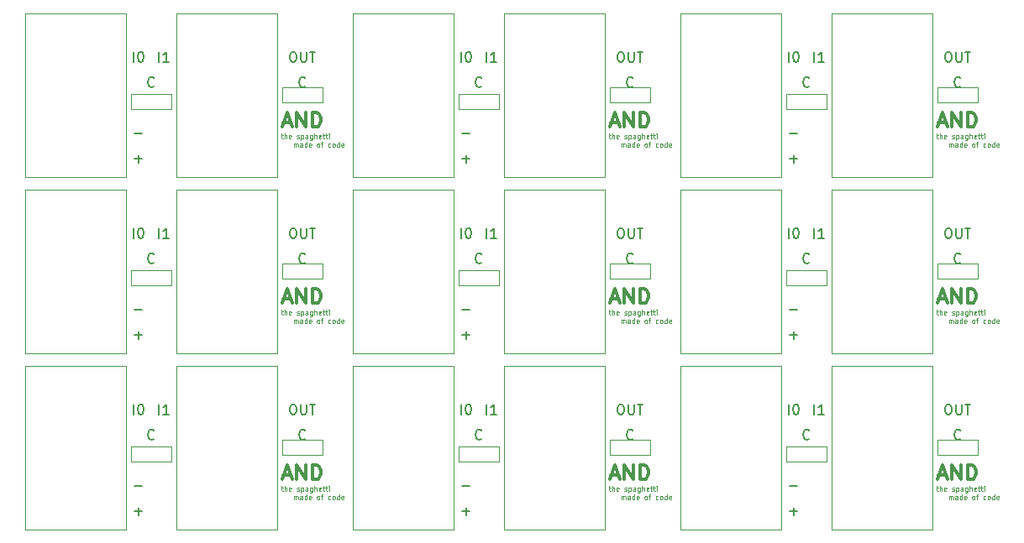
<source format=gto>
G04 #@! TF.GenerationSoftware,KiCad,Pcbnew,(5.1.6)-1*
G04 #@! TF.CreationDate,2020-06-03T07:58:37+09:00*
G04 #@! TF.ProjectId,AND___,414e4462-d851-42e6-9b69-6361645f7063,rev?*
G04 #@! TF.SameCoordinates,Original*
G04 #@! TF.FileFunction,Legend,Top*
G04 #@! TF.FilePolarity,Positive*
%FSLAX46Y46*%
G04 Gerber Fmt 4.6, Leading zero omitted, Abs format (unit mm)*
G04 Created by KiCad (PCBNEW (5.1.6)-1) date 2020-06-03 07:58:37*
%MOMM*%
%LPD*%
G01*
G04 APERTURE LIST*
%ADD10C,0.100000*%
%ADD11C,0.150000*%
%ADD12C,0.300000*%
%ADD13C,0.120000*%
G04 APERTURE END LIST*
D10*
X154075142Y-117069857D02*
X154265619Y-117069857D01*
X154146571Y-116903190D02*
X154146571Y-117331761D01*
X154170380Y-117379380D01*
X154218000Y-117403190D01*
X154265619Y-117403190D01*
X154432285Y-117403190D02*
X154432285Y-116903190D01*
X154646571Y-117403190D02*
X154646571Y-117141285D01*
X154622761Y-117093666D01*
X154575142Y-117069857D01*
X154503714Y-117069857D01*
X154456095Y-117093666D01*
X154432285Y-117117476D01*
X155075142Y-117379380D02*
X155027523Y-117403190D01*
X154932285Y-117403190D01*
X154884666Y-117379380D01*
X154860857Y-117331761D01*
X154860857Y-117141285D01*
X154884666Y-117093666D01*
X154932285Y-117069857D01*
X155027523Y-117069857D01*
X155075142Y-117093666D01*
X155098952Y-117141285D01*
X155098952Y-117188904D01*
X154860857Y-117236523D01*
X155670380Y-117379380D02*
X155718000Y-117403190D01*
X155813238Y-117403190D01*
X155860857Y-117379380D01*
X155884666Y-117331761D01*
X155884666Y-117307952D01*
X155860857Y-117260333D01*
X155813238Y-117236523D01*
X155741809Y-117236523D01*
X155694190Y-117212714D01*
X155670380Y-117165095D01*
X155670380Y-117141285D01*
X155694190Y-117093666D01*
X155741809Y-117069857D01*
X155813238Y-117069857D01*
X155860857Y-117093666D01*
X156098952Y-117069857D02*
X156098952Y-117569857D01*
X156098952Y-117093666D02*
X156146571Y-117069857D01*
X156241809Y-117069857D01*
X156289428Y-117093666D01*
X156313238Y-117117476D01*
X156337047Y-117165095D01*
X156337047Y-117307952D01*
X156313238Y-117355571D01*
X156289428Y-117379380D01*
X156241809Y-117403190D01*
X156146571Y-117403190D01*
X156098952Y-117379380D01*
X156765619Y-117403190D02*
X156765619Y-117141285D01*
X156741809Y-117093666D01*
X156694190Y-117069857D01*
X156598952Y-117069857D01*
X156551333Y-117093666D01*
X156765619Y-117379380D02*
X156718000Y-117403190D01*
X156598952Y-117403190D01*
X156551333Y-117379380D01*
X156527523Y-117331761D01*
X156527523Y-117284142D01*
X156551333Y-117236523D01*
X156598952Y-117212714D01*
X156718000Y-117212714D01*
X156765619Y-117188904D01*
X157218000Y-117069857D02*
X157218000Y-117474619D01*
X157194190Y-117522238D01*
X157170380Y-117546047D01*
X157122761Y-117569857D01*
X157051333Y-117569857D01*
X157003714Y-117546047D01*
X157218000Y-117379380D02*
X157170380Y-117403190D01*
X157075142Y-117403190D01*
X157027523Y-117379380D01*
X157003714Y-117355571D01*
X156979904Y-117307952D01*
X156979904Y-117165095D01*
X157003714Y-117117476D01*
X157027523Y-117093666D01*
X157075142Y-117069857D01*
X157170380Y-117069857D01*
X157218000Y-117093666D01*
X157456095Y-117403190D02*
X157456095Y-116903190D01*
X157670380Y-117403190D02*
X157670380Y-117141285D01*
X157646571Y-117093666D01*
X157598952Y-117069857D01*
X157527523Y-117069857D01*
X157479904Y-117093666D01*
X157456095Y-117117476D01*
X158098952Y-117379380D02*
X158051333Y-117403190D01*
X157956095Y-117403190D01*
X157908476Y-117379380D01*
X157884666Y-117331761D01*
X157884666Y-117141285D01*
X157908476Y-117093666D01*
X157956095Y-117069857D01*
X158051333Y-117069857D01*
X158098952Y-117093666D01*
X158122761Y-117141285D01*
X158122761Y-117188904D01*
X157884666Y-117236523D01*
X158265619Y-117069857D02*
X158456095Y-117069857D01*
X158337047Y-116903190D02*
X158337047Y-117331761D01*
X158360857Y-117379380D01*
X158408476Y-117403190D01*
X158456095Y-117403190D01*
X158551333Y-117069857D02*
X158741809Y-117069857D01*
X158622761Y-116903190D02*
X158622761Y-117331761D01*
X158646571Y-117379380D01*
X158694190Y-117403190D01*
X158741809Y-117403190D01*
X158908476Y-117403190D02*
X158908476Y-117069857D01*
X158908476Y-116903190D02*
X158884666Y-116927000D01*
X158908476Y-116950809D01*
X158932285Y-116927000D01*
X158908476Y-116903190D01*
X158908476Y-116950809D01*
X155348952Y-118253190D02*
X155348952Y-117919857D01*
X155348952Y-117967476D02*
X155372761Y-117943666D01*
X155420380Y-117919857D01*
X155491809Y-117919857D01*
X155539428Y-117943666D01*
X155563238Y-117991285D01*
X155563238Y-118253190D01*
X155563238Y-117991285D02*
X155587047Y-117943666D01*
X155634666Y-117919857D01*
X155706095Y-117919857D01*
X155753714Y-117943666D01*
X155777523Y-117991285D01*
X155777523Y-118253190D01*
X156229904Y-118253190D02*
X156229904Y-117991285D01*
X156206095Y-117943666D01*
X156158476Y-117919857D01*
X156063238Y-117919857D01*
X156015619Y-117943666D01*
X156229904Y-118229380D02*
X156182285Y-118253190D01*
X156063238Y-118253190D01*
X156015619Y-118229380D01*
X155991809Y-118181761D01*
X155991809Y-118134142D01*
X156015619Y-118086523D01*
X156063238Y-118062714D01*
X156182285Y-118062714D01*
X156229904Y-118038904D01*
X156682285Y-118253190D02*
X156682285Y-117753190D01*
X156682285Y-118229380D02*
X156634666Y-118253190D01*
X156539428Y-118253190D01*
X156491809Y-118229380D01*
X156468000Y-118205571D01*
X156444190Y-118157952D01*
X156444190Y-118015095D01*
X156468000Y-117967476D01*
X156491809Y-117943666D01*
X156539428Y-117919857D01*
X156634666Y-117919857D01*
X156682285Y-117943666D01*
X157110857Y-118229380D02*
X157063238Y-118253190D01*
X156968000Y-118253190D01*
X156920380Y-118229380D01*
X156896571Y-118181761D01*
X156896571Y-117991285D01*
X156920380Y-117943666D01*
X156968000Y-117919857D01*
X157063238Y-117919857D01*
X157110857Y-117943666D01*
X157134666Y-117991285D01*
X157134666Y-118038904D01*
X156896571Y-118086523D01*
X157801333Y-118253190D02*
X157753714Y-118229380D01*
X157729904Y-118205571D01*
X157706095Y-118157952D01*
X157706095Y-118015095D01*
X157729904Y-117967476D01*
X157753714Y-117943666D01*
X157801333Y-117919857D01*
X157872761Y-117919857D01*
X157920380Y-117943666D01*
X157944190Y-117967476D01*
X157968000Y-118015095D01*
X157968000Y-118157952D01*
X157944190Y-118205571D01*
X157920380Y-118229380D01*
X157872761Y-118253190D01*
X157801333Y-118253190D01*
X158110857Y-117919857D02*
X158301333Y-117919857D01*
X158182285Y-118253190D02*
X158182285Y-117824619D01*
X158206095Y-117777000D01*
X158253714Y-117753190D01*
X158301333Y-117753190D01*
X159063238Y-118229380D02*
X159015619Y-118253190D01*
X158920380Y-118253190D01*
X158872761Y-118229380D01*
X158848952Y-118205571D01*
X158825142Y-118157952D01*
X158825142Y-118015095D01*
X158848952Y-117967476D01*
X158872761Y-117943666D01*
X158920380Y-117919857D01*
X159015619Y-117919857D01*
X159063238Y-117943666D01*
X159348952Y-118253190D02*
X159301333Y-118229380D01*
X159277523Y-118205571D01*
X159253714Y-118157952D01*
X159253714Y-118015095D01*
X159277523Y-117967476D01*
X159301333Y-117943666D01*
X159348952Y-117919857D01*
X159420380Y-117919857D01*
X159468000Y-117943666D01*
X159491809Y-117967476D01*
X159515619Y-118015095D01*
X159515619Y-118157952D01*
X159491809Y-118205571D01*
X159468000Y-118229380D01*
X159420380Y-118253190D01*
X159348952Y-118253190D01*
X159944190Y-118253190D02*
X159944190Y-117753190D01*
X159944190Y-118229380D02*
X159896571Y-118253190D01*
X159801333Y-118253190D01*
X159753714Y-118229380D01*
X159729904Y-118205571D01*
X159706095Y-118157952D01*
X159706095Y-118015095D01*
X159729904Y-117967476D01*
X159753714Y-117943666D01*
X159801333Y-117919857D01*
X159896571Y-117919857D01*
X159944190Y-117943666D01*
X160372761Y-118229380D02*
X160325142Y-118253190D01*
X160229904Y-118253190D01*
X160182285Y-118229380D01*
X160158476Y-118181761D01*
X160158476Y-117991285D01*
X160182285Y-117943666D01*
X160229904Y-117919857D01*
X160325142Y-117919857D01*
X160372761Y-117943666D01*
X160396571Y-117991285D01*
X160396571Y-118038904D01*
X160158476Y-118086523D01*
X121055142Y-117069857D02*
X121245619Y-117069857D01*
X121126571Y-116903190D02*
X121126571Y-117331761D01*
X121150380Y-117379380D01*
X121198000Y-117403190D01*
X121245619Y-117403190D01*
X121412285Y-117403190D02*
X121412285Y-116903190D01*
X121626571Y-117403190D02*
X121626571Y-117141285D01*
X121602761Y-117093666D01*
X121555142Y-117069857D01*
X121483714Y-117069857D01*
X121436095Y-117093666D01*
X121412285Y-117117476D01*
X122055142Y-117379380D02*
X122007523Y-117403190D01*
X121912285Y-117403190D01*
X121864666Y-117379380D01*
X121840857Y-117331761D01*
X121840857Y-117141285D01*
X121864666Y-117093666D01*
X121912285Y-117069857D01*
X122007523Y-117069857D01*
X122055142Y-117093666D01*
X122078952Y-117141285D01*
X122078952Y-117188904D01*
X121840857Y-117236523D01*
X122650380Y-117379380D02*
X122698000Y-117403190D01*
X122793238Y-117403190D01*
X122840857Y-117379380D01*
X122864666Y-117331761D01*
X122864666Y-117307952D01*
X122840857Y-117260333D01*
X122793238Y-117236523D01*
X122721809Y-117236523D01*
X122674190Y-117212714D01*
X122650380Y-117165095D01*
X122650380Y-117141285D01*
X122674190Y-117093666D01*
X122721809Y-117069857D01*
X122793238Y-117069857D01*
X122840857Y-117093666D01*
X123078952Y-117069857D02*
X123078952Y-117569857D01*
X123078952Y-117093666D02*
X123126571Y-117069857D01*
X123221809Y-117069857D01*
X123269428Y-117093666D01*
X123293238Y-117117476D01*
X123317047Y-117165095D01*
X123317047Y-117307952D01*
X123293238Y-117355571D01*
X123269428Y-117379380D01*
X123221809Y-117403190D01*
X123126571Y-117403190D01*
X123078952Y-117379380D01*
X123745619Y-117403190D02*
X123745619Y-117141285D01*
X123721809Y-117093666D01*
X123674190Y-117069857D01*
X123578952Y-117069857D01*
X123531333Y-117093666D01*
X123745619Y-117379380D02*
X123698000Y-117403190D01*
X123578952Y-117403190D01*
X123531333Y-117379380D01*
X123507523Y-117331761D01*
X123507523Y-117284142D01*
X123531333Y-117236523D01*
X123578952Y-117212714D01*
X123698000Y-117212714D01*
X123745619Y-117188904D01*
X124198000Y-117069857D02*
X124198000Y-117474619D01*
X124174190Y-117522238D01*
X124150380Y-117546047D01*
X124102761Y-117569857D01*
X124031333Y-117569857D01*
X123983714Y-117546047D01*
X124198000Y-117379380D02*
X124150380Y-117403190D01*
X124055142Y-117403190D01*
X124007523Y-117379380D01*
X123983714Y-117355571D01*
X123959904Y-117307952D01*
X123959904Y-117165095D01*
X123983714Y-117117476D01*
X124007523Y-117093666D01*
X124055142Y-117069857D01*
X124150380Y-117069857D01*
X124198000Y-117093666D01*
X124436095Y-117403190D02*
X124436095Y-116903190D01*
X124650380Y-117403190D02*
X124650380Y-117141285D01*
X124626571Y-117093666D01*
X124578952Y-117069857D01*
X124507523Y-117069857D01*
X124459904Y-117093666D01*
X124436095Y-117117476D01*
X125078952Y-117379380D02*
X125031333Y-117403190D01*
X124936095Y-117403190D01*
X124888476Y-117379380D01*
X124864666Y-117331761D01*
X124864666Y-117141285D01*
X124888476Y-117093666D01*
X124936095Y-117069857D01*
X125031333Y-117069857D01*
X125078952Y-117093666D01*
X125102761Y-117141285D01*
X125102761Y-117188904D01*
X124864666Y-117236523D01*
X125245619Y-117069857D02*
X125436095Y-117069857D01*
X125317047Y-116903190D02*
X125317047Y-117331761D01*
X125340857Y-117379380D01*
X125388476Y-117403190D01*
X125436095Y-117403190D01*
X125531333Y-117069857D02*
X125721809Y-117069857D01*
X125602761Y-116903190D02*
X125602761Y-117331761D01*
X125626571Y-117379380D01*
X125674190Y-117403190D01*
X125721809Y-117403190D01*
X125888476Y-117403190D02*
X125888476Y-117069857D01*
X125888476Y-116903190D02*
X125864666Y-116927000D01*
X125888476Y-116950809D01*
X125912285Y-116927000D01*
X125888476Y-116903190D01*
X125888476Y-116950809D01*
X122328952Y-118253190D02*
X122328952Y-117919857D01*
X122328952Y-117967476D02*
X122352761Y-117943666D01*
X122400380Y-117919857D01*
X122471809Y-117919857D01*
X122519428Y-117943666D01*
X122543238Y-117991285D01*
X122543238Y-118253190D01*
X122543238Y-117991285D02*
X122567047Y-117943666D01*
X122614666Y-117919857D01*
X122686095Y-117919857D01*
X122733714Y-117943666D01*
X122757523Y-117991285D01*
X122757523Y-118253190D01*
X123209904Y-118253190D02*
X123209904Y-117991285D01*
X123186095Y-117943666D01*
X123138476Y-117919857D01*
X123043238Y-117919857D01*
X122995619Y-117943666D01*
X123209904Y-118229380D02*
X123162285Y-118253190D01*
X123043238Y-118253190D01*
X122995619Y-118229380D01*
X122971809Y-118181761D01*
X122971809Y-118134142D01*
X122995619Y-118086523D01*
X123043238Y-118062714D01*
X123162285Y-118062714D01*
X123209904Y-118038904D01*
X123662285Y-118253190D02*
X123662285Y-117753190D01*
X123662285Y-118229380D02*
X123614666Y-118253190D01*
X123519428Y-118253190D01*
X123471809Y-118229380D01*
X123448000Y-118205571D01*
X123424190Y-118157952D01*
X123424190Y-118015095D01*
X123448000Y-117967476D01*
X123471809Y-117943666D01*
X123519428Y-117919857D01*
X123614666Y-117919857D01*
X123662285Y-117943666D01*
X124090857Y-118229380D02*
X124043238Y-118253190D01*
X123948000Y-118253190D01*
X123900380Y-118229380D01*
X123876571Y-118181761D01*
X123876571Y-117991285D01*
X123900380Y-117943666D01*
X123948000Y-117919857D01*
X124043238Y-117919857D01*
X124090857Y-117943666D01*
X124114666Y-117991285D01*
X124114666Y-118038904D01*
X123876571Y-118086523D01*
X124781333Y-118253190D02*
X124733714Y-118229380D01*
X124709904Y-118205571D01*
X124686095Y-118157952D01*
X124686095Y-118015095D01*
X124709904Y-117967476D01*
X124733714Y-117943666D01*
X124781333Y-117919857D01*
X124852761Y-117919857D01*
X124900380Y-117943666D01*
X124924190Y-117967476D01*
X124948000Y-118015095D01*
X124948000Y-118157952D01*
X124924190Y-118205571D01*
X124900380Y-118229380D01*
X124852761Y-118253190D01*
X124781333Y-118253190D01*
X125090857Y-117919857D02*
X125281333Y-117919857D01*
X125162285Y-118253190D02*
X125162285Y-117824619D01*
X125186095Y-117777000D01*
X125233714Y-117753190D01*
X125281333Y-117753190D01*
X126043238Y-118229380D02*
X125995619Y-118253190D01*
X125900380Y-118253190D01*
X125852761Y-118229380D01*
X125828952Y-118205571D01*
X125805142Y-118157952D01*
X125805142Y-118015095D01*
X125828952Y-117967476D01*
X125852761Y-117943666D01*
X125900380Y-117919857D01*
X125995619Y-117919857D01*
X126043238Y-117943666D01*
X126328952Y-118253190D02*
X126281333Y-118229380D01*
X126257523Y-118205571D01*
X126233714Y-118157952D01*
X126233714Y-118015095D01*
X126257523Y-117967476D01*
X126281333Y-117943666D01*
X126328952Y-117919857D01*
X126400380Y-117919857D01*
X126448000Y-117943666D01*
X126471809Y-117967476D01*
X126495619Y-118015095D01*
X126495619Y-118157952D01*
X126471809Y-118205571D01*
X126448000Y-118229380D01*
X126400380Y-118253190D01*
X126328952Y-118253190D01*
X126924190Y-118253190D02*
X126924190Y-117753190D01*
X126924190Y-118229380D02*
X126876571Y-118253190D01*
X126781333Y-118253190D01*
X126733714Y-118229380D01*
X126709904Y-118205571D01*
X126686095Y-118157952D01*
X126686095Y-118015095D01*
X126709904Y-117967476D01*
X126733714Y-117943666D01*
X126781333Y-117919857D01*
X126876571Y-117919857D01*
X126924190Y-117943666D01*
X127352761Y-118229380D02*
X127305142Y-118253190D01*
X127209904Y-118253190D01*
X127162285Y-118229380D01*
X127138476Y-118181761D01*
X127138476Y-117991285D01*
X127162285Y-117943666D01*
X127209904Y-117919857D01*
X127305142Y-117919857D01*
X127352761Y-117943666D01*
X127376571Y-117991285D01*
X127376571Y-118038904D01*
X127138476Y-118086523D01*
X88035142Y-117069857D02*
X88225619Y-117069857D01*
X88106571Y-116903190D02*
X88106571Y-117331761D01*
X88130380Y-117379380D01*
X88178000Y-117403190D01*
X88225619Y-117403190D01*
X88392285Y-117403190D02*
X88392285Y-116903190D01*
X88606571Y-117403190D02*
X88606571Y-117141285D01*
X88582761Y-117093666D01*
X88535142Y-117069857D01*
X88463714Y-117069857D01*
X88416095Y-117093666D01*
X88392285Y-117117476D01*
X89035142Y-117379380D02*
X88987523Y-117403190D01*
X88892285Y-117403190D01*
X88844666Y-117379380D01*
X88820857Y-117331761D01*
X88820857Y-117141285D01*
X88844666Y-117093666D01*
X88892285Y-117069857D01*
X88987523Y-117069857D01*
X89035142Y-117093666D01*
X89058952Y-117141285D01*
X89058952Y-117188904D01*
X88820857Y-117236523D01*
X89630380Y-117379380D02*
X89678000Y-117403190D01*
X89773238Y-117403190D01*
X89820857Y-117379380D01*
X89844666Y-117331761D01*
X89844666Y-117307952D01*
X89820857Y-117260333D01*
X89773238Y-117236523D01*
X89701809Y-117236523D01*
X89654190Y-117212714D01*
X89630380Y-117165095D01*
X89630380Y-117141285D01*
X89654190Y-117093666D01*
X89701809Y-117069857D01*
X89773238Y-117069857D01*
X89820857Y-117093666D01*
X90058952Y-117069857D02*
X90058952Y-117569857D01*
X90058952Y-117093666D02*
X90106571Y-117069857D01*
X90201809Y-117069857D01*
X90249428Y-117093666D01*
X90273238Y-117117476D01*
X90297047Y-117165095D01*
X90297047Y-117307952D01*
X90273238Y-117355571D01*
X90249428Y-117379380D01*
X90201809Y-117403190D01*
X90106571Y-117403190D01*
X90058952Y-117379380D01*
X90725619Y-117403190D02*
X90725619Y-117141285D01*
X90701809Y-117093666D01*
X90654190Y-117069857D01*
X90558952Y-117069857D01*
X90511333Y-117093666D01*
X90725619Y-117379380D02*
X90678000Y-117403190D01*
X90558952Y-117403190D01*
X90511333Y-117379380D01*
X90487523Y-117331761D01*
X90487523Y-117284142D01*
X90511333Y-117236523D01*
X90558952Y-117212714D01*
X90678000Y-117212714D01*
X90725619Y-117188904D01*
X91178000Y-117069857D02*
X91178000Y-117474619D01*
X91154190Y-117522238D01*
X91130380Y-117546047D01*
X91082761Y-117569857D01*
X91011333Y-117569857D01*
X90963714Y-117546047D01*
X91178000Y-117379380D02*
X91130380Y-117403190D01*
X91035142Y-117403190D01*
X90987523Y-117379380D01*
X90963714Y-117355571D01*
X90939904Y-117307952D01*
X90939904Y-117165095D01*
X90963714Y-117117476D01*
X90987523Y-117093666D01*
X91035142Y-117069857D01*
X91130380Y-117069857D01*
X91178000Y-117093666D01*
X91416095Y-117403190D02*
X91416095Y-116903190D01*
X91630380Y-117403190D02*
X91630380Y-117141285D01*
X91606571Y-117093666D01*
X91558952Y-117069857D01*
X91487523Y-117069857D01*
X91439904Y-117093666D01*
X91416095Y-117117476D01*
X92058952Y-117379380D02*
X92011333Y-117403190D01*
X91916095Y-117403190D01*
X91868476Y-117379380D01*
X91844666Y-117331761D01*
X91844666Y-117141285D01*
X91868476Y-117093666D01*
X91916095Y-117069857D01*
X92011333Y-117069857D01*
X92058952Y-117093666D01*
X92082761Y-117141285D01*
X92082761Y-117188904D01*
X91844666Y-117236523D01*
X92225619Y-117069857D02*
X92416095Y-117069857D01*
X92297047Y-116903190D02*
X92297047Y-117331761D01*
X92320857Y-117379380D01*
X92368476Y-117403190D01*
X92416095Y-117403190D01*
X92511333Y-117069857D02*
X92701809Y-117069857D01*
X92582761Y-116903190D02*
X92582761Y-117331761D01*
X92606571Y-117379380D01*
X92654190Y-117403190D01*
X92701809Y-117403190D01*
X92868476Y-117403190D02*
X92868476Y-117069857D01*
X92868476Y-116903190D02*
X92844666Y-116927000D01*
X92868476Y-116950809D01*
X92892285Y-116927000D01*
X92868476Y-116903190D01*
X92868476Y-116950809D01*
X89308952Y-118253190D02*
X89308952Y-117919857D01*
X89308952Y-117967476D02*
X89332761Y-117943666D01*
X89380380Y-117919857D01*
X89451809Y-117919857D01*
X89499428Y-117943666D01*
X89523238Y-117991285D01*
X89523238Y-118253190D01*
X89523238Y-117991285D02*
X89547047Y-117943666D01*
X89594666Y-117919857D01*
X89666095Y-117919857D01*
X89713714Y-117943666D01*
X89737523Y-117991285D01*
X89737523Y-118253190D01*
X90189904Y-118253190D02*
X90189904Y-117991285D01*
X90166095Y-117943666D01*
X90118476Y-117919857D01*
X90023238Y-117919857D01*
X89975619Y-117943666D01*
X90189904Y-118229380D02*
X90142285Y-118253190D01*
X90023238Y-118253190D01*
X89975619Y-118229380D01*
X89951809Y-118181761D01*
X89951809Y-118134142D01*
X89975619Y-118086523D01*
X90023238Y-118062714D01*
X90142285Y-118062714D01*
X90189904Y-118038904D01*
X90642285Y-118253190D02*
X90642285Y-117753190D01*
X90642285Y-118229380D02*
X90594666Y-118253190D01*
X90499428Y-118253190D01*
X90451809Y-118229380D01*
X90428000Y-118205571D01*
X90404190Y-118157952D01*
X90404190Y-118015095D01*
X90428000Y-117967476D01*
X90451809Y-117943666D01*
X90499428Y-117919857D01*
X90594666Y-117919857D01*
X90642285Y-117943666D01*
X91070857Y-118229380D02*
X91023238Y-118253190D01*
X90928000Y-118253190D01*
X90880380Y-118229380D01*
X90856571Y-118181761D01*
X90856571Y-117991285D01*
X90880380Y-117943666D01*
X90928000Y-117919857D01*
X91023238Y-117919857D01*
X91070857Y-117943666D01*
X91094666Y-117991285D01*
X91094666Y-118038904D01*
X90856571Y-118086523D01*
X91761333Y-118253190D02*
X91713714Y-118229380D01*
X91689904Y-118205571D01*
X91666095Y-118157952D01*
X91666095Y-118015095D01*
X91689904Y-117967476D01*
X91713714Y-117943666D01*
X91761333Y-117919857D01*
X91832761Y-117919857D01*
X91880380Y-117943666D01*
X91904190Y-117967476D01*
X91928000Y-118015095D01*
X91928000Y-118157952D01*
X91904190Y-118205571D01*
X91880380Y-118229380D01*
X91832761Y-118253190D01*
X91761333Y-118253190D01*
X92070857Y-117919857D02*
X92261333Y-117919857D01*
X92142285Y-118253190D02*
X92142285Y-117824619D01*
X92166095Y-117777000D01*
X92213714Y-117753190D01*
X92261333Y-117753190D01*
X93023238Y-118229380D02*
X92975619Y-118253190D01*
X92880380Y-118253190D01*
X92832761Y-118229380D01*
X92808952Y-118205571D01*
X92785142Y-118157952D01*
X92785142Y-118015095D01*
X92808952Y-117967476D01*
X92832761Y-117943666D01*
X92880380Y-117919857D01*
X92975619Y-117919857D01*
X93023238Y-117943666D01*
X93308952Y-118253190D02*
X93261333Y-118229380D01*
X93237523Y-118205571D01*
X93213714Y-118157952D01*
X93213714Y-118015095D01*
X93237523Y-117967476D01*
X93261333Y-117943666D01*
X93308952Y-117919857D01*
X93380380Y-117919857D01*
X93428000Y-117943666D01*
X93451809Y-117967476D01*
X93475619Y-118015095D01*
X93475619Y-118157952D01*
X93451809Y-118205571D01*
X93428000Y-118229380D01*
X93380380Y-118253190D01*
X93308952Y-118253190D01*
X93904190Y-118253190D02*
X93904190Y-117753190D01*
X93904190Y-118229380D02*
X93856571Y-118253190D01*
X93761333Y-118253190D01*
X93713714Y-118229380D01*
X93689904Y-118205571D01*
X93666095Y-118157952D01*
X93666095Y-118015095D01*
X93689904Y-117967476D01*
X93713714Y-117943666D01*
X93761333Y-117919857D01*
X93856571Y-117919857D01*
X93904190Y-117943666D01*
X94332761Y-118229380D02*
X94285142Y-118253190D01*
X94189904Y-118253190D01*
X94142285Y-118229380D01*
X94118476Y-118181761D01*
X94118476Y-117991285D01*
X94142285Y-117943666D01*
X94189904Y-117919857D01*
X94285142Y-117919857D01*
X94332761Y-117943666D01*
X94356571Y-117991285D01*
X94356571Y-118038904D01*
X94118476Y-118086523D01*
X154075142Y-99289857D02*
X154265619Y-99289857D01*
X154146571Y-99123190D02*
X154146571Y-99551761D01*
X154170380Y-99599380D01*
X154218000Y-99623190D01*
X154265619Y-99623190D01*
X154432285Y-99623190D02*
X154432285Y-99123190D01*
X154646571Y-99623190D02*
X154646571Y-99361285D01*
X154622761Y-99313666D01*
X154575142Y-99289857D01*
X154503714Y-99289857D01*
X154456095Y-99313666D01*
X154432285Y-99337476D01*
X155075142Y-99599380D02*
X155027523Y-99623190D01*
X154932285Y-99623190D01*
X154884666Y-99599380D01*
X154860857Y-99551761D01*
X154860857Y-99361285D01*
X154884666Y-99313666D01*
X154932285Y-99289857D01*
X155027523Y-99289857D01*
X155075142Y-99313666D01*
X155098952Y-99361285D01*
X155098952Y-99408904D01*
X154860857Y-99456523D01*
X155670380Y-99599380D02*
X155718000Y-99623190D01*
X155813238Y-99623190D01*
X155860857Y-99599380D01*
X155884666Y-99551761D01*
X155884666Y-99527952D01*
X155860857Y-99480333D01*
X155813238Y-99456523D01*
X155741809Y-99456523D01*
X155694190Y-99432714D01*
X155670380Y-99385095D01*
X155670380Y-99361285D01*
X155694190Y-99313666D01*
X155741809Y-99289857D01*
X155813238Y-99289857D01*
X155860857Y-99313666D01*
X156098952Y-99289857D02*
X156098952Y-99789857D01*
X156098952Y-99313666D02*
X156146571Y-99289857D01*
X156241809Y-99289857D01*
X156289428Y-99313666D01*
X156313238Y-99337476D01*
X156337047Y-99385095D01*
X156337047Y-99527952D01*
X156313238Y-99575571D01*
X156289428Y-99599380D01*
X156241809Y-99623190D01*
X156146571Y-99623190D01*
X156098952Y-99599380D01*
X156765619Y-99623190D02*
X156765619Y-99361285D01*
X156741809Y-99313666D01*
X156694190Y-99289857D01*
X156598952Y-99289857D01*
X156551333Y-99313666D01*
X156765619Y-99599380D02*
X156718000Y-99623190D01*
X156598952Y-99623190D01*
X156551333Y-99599380D01*
X156527523Y-99551761D01*
X156527523Y-99504142D01*
X156551333Y-99456523D01*
X156598952Y-99432714D01*
X156718000Y-99432714D01*
X156765619Y-99408904D01*
X157218000Y-99289857D02*
X157218000Y-99694619D01*
X157194190Y-99742238D01*
X157170380Y-99766047D01*
X157122761Y-99789857D01*
X157051333Y-99789857D01*
X157003714Y-99766047D01*
X157218000Y-99599380D02*
X157170380Y-99623190D01*
X157075142Y-99623190D01*
X157027523Y-99599380D01*
X157003714Y-99575571D01*
X156979904Y-99527952D01*
X156979904Y-99385095D01*
X157003714Y-99337476D01*
X157027523Y-99313666D01*
X157075142Y-99289857D01*
X157170380Y-99289857D01*
X157218000Y-99313666D01*
X157456095Y-99623190D02*
X157456095Y-99123190D01*
X157670380Y-99623190D02*
X157670380Y-99361285D01*
X157646571Y-99313666D01*
X157598952Y-99289857D01*
X157527523Y-99289857D01*
X157479904Y-99313666D01*
X157456095Y-99337476D01*
X158098952Y-99599380D02*
X158051333Y-99623190D01*
X157956095Y-99623190D01*
X157908476Y-99599380D01*
X157884666Y-99551761D01*
X157884666Y-99361285D01*
X157908476Y-99313666D01*
X157956095Y-99289857D01*
X158051333Y-99289857D01*
X158098952Y-99313666D01*
X158122761Y-99361285D01*
X158122761Y-99408904D01*
X157884666Y-99456523D01*
X158265619Y-99289857D02*
X158456095Y-99289857D01*
X158337047Y-99123190D02*
X158337047Y-99551761D01*
X158360857Y-99599380D01*
X158408476Y-99623190D01*
X158456095Y-99623190D01*
X158551333Y-99289857D02*
X158741809Y-99289857D01*
X158622761Y-99123190D02*
X158622761Y-99551761D01*
X158646571Y-99599380D01*
X158694190Y-99623190D01*
X158741809Y-99623190D01*
X158908476Y-99623190D02*
X158908476Y-99289857D01*
X158908476Y-99123190D02*
X158884666Y-99147000D01*
X158908476Y-99170809D01*
X158932285Y-99147000D01*
X158908476Y-99123190D01*
X158908476Y-99170809D01*
X155348952Y-100473190D02*
X155348952Y-100139857D01*
X155348952Y-100187476D02*
X155372761Y-100163666D01*
X155420380Y-100139857D01*
X155491809Y-100139857D01*
X155539428Y-100163666D01*
X155563238Y-100211285D01*
X155563238Y-100473190D01*
X155563238Y-100211285D02*
X155587047Y-100163666D01*
X155634666Y-100139857D01*
X155706095Y-100139857D01*
X155753714Y-100163666D01*
X155777523Y-100211285D01*
X155777523Y-100473190D01*
X156229904Y-100473190D02*
X156229904Y-100211285D01*
X156206095Y-100163666D01*
X156158476Y-100139857D01*
X156063238Y-100139857D01*
X156015619Y-100163666D01*
X156229904Y-100449380D02*
X156182285Y-100473190D01*
X156063238Y-100473190D01*
X156015619Y-100449380D01*
X155991809Y-100401761D01*
X155991809Y-100354142D01*
X156015619Y-100306523D01*
X156063238Y-100282714D01*
X156182285Y-100282714D01*
X156229904Y-100258904D01*
X156682285Y-100473190D02*
X156682285Y-99973190D01*
X156682285Y-100449380D02*
X156634666Y-100473190D01*
X156539428Y-100473190D01*
X156491809Y-100449380D01*
X156468000Y-100425571D01*
X156444190Y-100377952D01*
X156444190Y-100235095D01*
X156468000Y-100187476D01*
X156491809Y-100163666D01*
X156539428Y-100139857D01*
X156634666Y-100139857D01*
X156682285Y-100163666D01*
X157110857Y-100449380D02*
X157063238Y-100473190D01*
X156968000Y-100473190D01*
X156920380Y-100449380D01*
X156896571Y-100401761D01*
X156896571Y-100211285D01*
X156920380Y-100163666D01*
X156968000Y-100139857D01*
X157063238Y-100139857D01*
X157110857Y-100163666D01*
X157134666Y-100211285D01*
X157134666Y-100258904D01*
X156896571Y-100306523D01*
X157801333Y-100473190D02*
X157753714Y-100449380D01*
X157729904Y-100425571D01*
X157706095Y-100377952D01*
X157706095Y-100235095D01*
X157729904Y-100187476D01*
X157753714Y-100163666D01*
X157801333Y-100139857D01*
X157872761Y-100139857D01*
X157920380Y-100163666D01*
X157944190Y-100187476D01*
X157968000Y-100235095D01*
X157968000Y-100377952D01*
X157944190Y-100425571D01*
X157920380Y-100449380D01*
X157872761Y-100473190D01*
X157801333Y-100473190D01*
X158110857Y-100139857D02*
X158301333Y-100139857D01*
X158182285Y-100473190D02*
X158182285Y-100044619D01*
X158206095Y-99997000D01*
X158253714Y-99973190D01*
X158301333Y-99973190D01*
X159063238Y-100449380D02*
X159015619Y-100473190D01*
X158920380Y-100473190D01*
X158872761Y-100449380D01*
X158848952Y-100425571D01*
X158825142Y-100377952D01*
X158825142Y-100235095D01*
X158848952Y-100187476D01*
X158872761Y-100163666D01*
X158920380Y-100139857D01*
X159015619Y-100139857D01*
X159063238Y-100163666D01*
X159348952Y-100473190D02*
X159301333Y-100449380D01*
X159277523Y-100425571D01*
X159253714Y-100377952D01*
X159253714Y-100235095D01*
X159277523Y-100187476D01*
X159301333Y-100163666D01*
X159348952Y-100139857D01*
X159420380Y-100139857D01*
X159468000Y-100163666D01*
X159491809Y-100187476D01*
X159515619Y-100235095D01*
X159515619Y-100377952D01*
X159491809Y-100425571D01*
X159468000Y-100449380D01*
X159420380Y-100473190D01*
X159348952Y-100473190D01*
X159944190Y-100473190D02*
X159944190Y-99973190D01*
X159944190Y-100449380D02*
X159896571Y-100473190D01*
X159801333Y-100473190D01*
X159753714Y-100449380D01*
X159729904Y-100425571D01*
X159706095Y-100377952D01*
X159706095Y-100235095D01*
X159729904Y-100187476D01*
X159753714Y-100163666D01*
X159801333Y-100139857D01*
X159896571Y-100139857D01*
X159944190Y-100163666D01*
X160372761Y-100449380D02*
X160325142Y-100473190D01*
X160229904Y-100473190D01*
X160182285Y-100449380D01*
X160158476Y-100401761D01*
X160158476Y-100211285D01*
X160182285Y-100163666D01*
X160229904Y-100139857D01*
X160325142Y-100139857D01*
X160372761Y-100163666D01*
X160396571Y-100211285D01*
X160396571Y-100258904D01*
X160158476Y-100306523D01*
X121055142Y-99289857D02*
X121245619Y-99289857D01*
X121126571Y-99123190D02*
X121126571Y-99551761D01*
X121150380Y-99599380D01*
X121198000Y-99623190D01*
X121245619Y-99623190D01*
X121412285Y-99623190D02*
X121412285Y-99123190D01*
X121626571Y-99623190D02*
X121626571Y-99361285D01*
X121602761Y-99313666D01*
X121555142Y-99289857D01*
X121483714Y-99289857D01*
X121436095Y-99313666D01*
X121412285Y-99337476D01*
X122055142Y-99599380D02*
X122007523Y-99623190D01*
X121912285Y-99623190D01*
X121864666Y-99599380D01*
X121840857Y-99551761D01*
X121840857Y-99361285D01*
X121864666Y-99313666D01*
X121912285Y-99289857D01*
X122007523Y-99289857D01*
X122055142Y-99313666D01*
X122078952Y-99361285D01*
X122078952Y-99408904D01*
X121840857Y-99456523D01*
X122650380Y-99599380D02*
X122698000Y-99623190D01*
X122793238Y-99623190D01*
X122840857Y-99599380D01*
X122864666Y-99551761D01*
X122864666Y-99527952D01*
X122840857Y-99480333D01*
X122793238Y-99456523D01*
X122721809Y-99456523D01*
X122674190Y-99432714D01*
X122650380Y-99385095D01*
X122650380Y-99361285D01*
X122674190Y-99313666D01*
X122721809Y-99289857D01*
X122793238Y-99289857D01*
X122840857Y-99313666D01*
X123078952Y-99289857D02*
X123078952Y-99789857D01*
X123078952Y-99313666D02*
X123126571Y-99289857D01*
X123221809Y-99289857D01*
X123269428Y-99313666D01*
X123293238Y-99337476D01*
X123317047Y-99385095D01*
X123317047Y-99527952D01*
X123293238Y-99575571D01*
X123269428Y-99599380D01*
X123221809Y-99623190D01*
X123126571Y-99623190D01*
X123078952Y-99599380D01*
X123745619Y-99623190D02*
X123745619Y-99361285D01*
X123721809Y-99313666D01*
X123674190Y-99289857D01*
X123578952Y-99289857D01*
X123531333Y-99313666D01*
X123745619Y-99599380D02*
X123698000Y-99623190D01*
X123578952Y-99623190D01*
X123531333Y-99599380D01*
X123507523Y-99551761D01*
X123507523Y-99504142D01*
X123531333Y-99456523D01*
X123578952Y-99432714D01*
X123698000Y-99432714D01*
X123745619Y-99408904D01*
X124198000Y-99289857D02*
X124198000Y-99694619D01*
X124174190Y-99742238D01*
X124150380Y-99766047D01*
X124102761Y-99789857D01*
X124031333Y-99789857D01*
X123983714Y-99766047D01*
X124198000Y-99599380D02*
X124150380Y-99623190D01*
X124055142Y-99623190D01*
X124007523Y-99599380D01*
X123983714Y-99575571D01*
X123959904Y-99527952D01*
X123959904Y-99385095D01*
X123983714Y-99337476D01*
X124007523Y-99313666D01*
X124055142Y-99289857D01*
X124150380Y-99289857D01*
X124198000Y-99313666D01*
X124436095Y-99623190D02*
X124436095Y-99123190D01*
X124650380Y-99623190D02*
X124650380Y-99361285D01*
X124626571Y-99313666D01*
X124578952Y-99289857D01*
X124507523Y-99289857D01*
X124459904Y-99313666D01*
X124436095Y-99337476D01*
X125078952Y-99599380D02*
X125031333Y-99623190D01*
X124936095Y-99623190D01*
X124888476Y-99599380D01*
X124864666Y-99551761D01*
X124864666Y-99361285D01*
X124888476Y-99313666D01*
X124936095Y-99289857D01*
X125031333Y-99289857D01*
X125078952Y-99313666D01*
X125102761Y-99361285D01*
X125102761Y-99408904D01*
X124864666Y-99456523D01*
X125245619Y-99289857D02*
X125436095Y-99289857D01*
X125317047Y-99123190D02*
X125317047Y-99551761D01*
X125340857Y-99599380D01*
X125388476Y-99623190D01*
X125436095Y-99623190D01*
X125531333Y-99289857D02*
X125721809Y-99289857D01*
X125602761Y-99123190D02*
X125602761Y-99551761D01*
X125626571Y-99599380D01*
X125674190Y-99623190D01*
X125721809Y-99623190D01*
X125888476Y-99623190D02*
X125888476Y-99289857D01*
X125888476Y-99123190D02*
X125864666Y-99147000D01*
X125888476Y-99170809D01*
X125912285Y-99147000D01*
X125888476Y-99123190D01*
X125888476Y-99170809D01*
X122328952Y-100473190D02*
X122328952Y-100139857D01*
X122328952Y-100187476D02*
X122352761Y-100163666D01*
X122400380Y-100139857D01*
X122471809Y-100139857D01*
X122519428Y-100163666D01*
X122543238Y-100211285D01*
X122543238Y-100473190D01*
X122543238Y-100211285D02*
X122567047Y-100163666D01*
X122614666Y-100139857D01*
X122686095Y-100139857D01*
X122733714Y-100163666D01*
X122757523Y-100211285D01*
X122757523Y-100473190D01*
X123209904Y-100473190D02*
X123209904Y-100211285D01*
X123186095Y-100163666D01*
X123138476Y-100139857D01*
X123043238Y-100139857D01*
X122995619Y-100163666D01*
X123209904Y-100449380D02*
X123162285Y-100473190D01*
X123043238Y-100473190D01*
X122995619Y-100449380D01*
X122971809Y-100401761D01*
X122971809Y-100354142D01*
X122995619Y-100306523D01*
X123043238Y-100282714D01*
X123162285Y-100282714D01*
X123209904Y-100258904D01*
X123662285Y-100473190D02*
X123662285Y-99973190D01*
X123662285Y-100449380D02*
X123614666Y-100473190D01*
X123519428Y-100473190D01*
X123471809Y-100449380D01*
X123448000Y-100425571D01*
X123424190Y-100377952D01*
X123424190Y-100235095D01*
X123448000Y-100187476D01*
X123471809Y-100163666D01*
X123519428Y-100139857D01*
X123614666Y-100139857D01*
X123662285Y-100163666D01*
X124090857Y-100449380D02*
X124043238Y-100473190D01*
X123948000Y-100473190D01*
X123900380Y-100449380D01*
X123876571Y-100401761D01*
X123876571Y-100211285D01*
X123900380Y-100163666D01*
X123948000Y-100139857D01*
X124043238Y-100139857D01*
X124090857Y-100163666D01*
X124114666Y-100211285D01*
X124114666Y-100258904D01*
X123876571Y-100306523D01*
X124781333Y-100473190D02*
X124733714Y-100449380D01*
X124709904Y-100425571D01*
X124686095Y-100377952D01*
X124686095Y-100235095D01*
X124709904Y-100187476D01*
X124733714Y-100163666D01*
X124781333Y-100139857D01*
X124852761Y-100139857D01*
X124900380Y-100163666D01*
X124924190Y-100187476D01*
X124948000Y-100235095D01*
X124948000Y-100377952D01*
X124924190Y-100425571D01*
X124900380Y-100449380D01*
X124852761Y-100473190D01*
X124781333Y-100473190D01*
X125090857Y-100139857D02*
X125281333Y-100139857D01*
X125162285Y-100473190D02*
X125162285Y-100044619D01*
X125186095Y-99997000D01*
X125233714Y-99973190D01*
X125281333Y-99973190D01*
X126043238Y-100449380D02*
X125995619Y-100473190D01*
X125900380Y-100473190D01*
X125852761Y-100449380D01*
X125828952Y-100425571D01*
X125805142Y-100377952D01*
X125805142Y-100235095D01*
X125828952Y-100187476D01*
X125852761Y-100163666D01*
X125900380Y-100139857D01*
X125995619Y-100139857D01*
X126043238Y-100163666D01*
X126328952Y-100473190D02*
X126281333Y-100449380D01*
X126257523Y-100425571D01*
X126233714Y-100377952D01*
X126233714Y-100235095D01*
X126257523Y-100187476D01*
X126281333Y-100163666D01*
X126328952Y-100139857D01*
X126400380Y-100139857D01*
X126448000Y-100163666D01*
X126471809Y-100187476D01*
X126495619Y-100235095D01*
X126495619Y-100377952D01*
X126471809Y-100425571D01*
X126448000Y-100449380D01*
X126400380Y-100473190D01*
X126328952Y-100473190D01*
X126924190Y-100473190D02*
X126924190Y-99973190D01*
X126924190Y-100449380D02*
X126876571Y-100473190D01*
X126781333Y-100473190D01*
X126733714Y-100449380D01*
X126709904Y-100425571D01*
X126686095Y-100377952D01*
X126686095Y-100235095D01*
X126709904Y-100187476D01*
X126733714Y-100163666D01*
X126781333Y-100139857D01*
X126876571Y-100139857D01*
X126924190Y-100163666D01*
X127352761Y-100449380D02*
X127305142Y-100473190D01*
X127209904Y-100473190D01*
X127162285Y-100449380D01*
X127138476Y-100401761D01*
X127138476Y-100211285D01*
X127162285Y-100163666D01*
X127209904Y-100139857D01*
X127305142Y-100139857D01*
X127352761Y-100163666D01*
X127376571Y-100211285D01*
X127376571Y-100258904D01*
X127138476Y-100306523D01*
X88035142Y-99289857D02*
X88225619Y-99289857D01*
X88106571Y-99123190D02*
X88106571Y-99551761D01*
X88130380Y-99599380D01*
X88178000Y-99623190D01*
X88225619Y-99623190D01*
X88392285Y-99623190D02*
X88392285Y-99123190D01*
X88606571Y-99623190D02*
X88606571Y-99361285D01*
X88582761Y-99313666D01*
X88535142Y-99289857D01*
X88463714Y-99289857D01*
X88416095Y-99313666D01*
X88392285Y-99337476D01*
X89035142Y-99599380D02*
X88987523Y-99623190D01*
X88892285Y-99623190D01*
X88844666Y-99599380D01*
X88820857Y-99551761D01*
X88820857Y-99361285D01*
X88844666Y-99313666D01*
X88892285Y-99289857D01*
X88987523Y-99289857D01*
X89035142Y-99313666D01*
X89058952Y-99361285D01*
X89058952Y-99408904D01*
X88820857Y-99456523D01*
X89630380Y-99599380D02*
X89678000Y-99623190D01*
X89773238Y-99623190D01*
X89820857Y-99599380D01*
X89844666Y-99551761D01*
X89844666Y-99527952D01*
X89820857Y-99480333D01*
X89773238Y-99456523D01*
X89701809Y-99456523D01*
X89654190Y-99432714D01*
X89630380Y-99385095D01*
X89630380Y-99361285D01*
X89654190Y-99313666D01*
X89701809Y-99289857D01*
X89773238Y-99289857D01*
X89820857Y-99313666D01*
X90058952Y-99289857D02*
X90058952Y-99789857D01*
X90058952Y-99313666D02*
X90106571Y-99289857D01*
X90201809Y-99289857D01*
X90249428Y-99313666D01*
X90273238Y-99337476D01*
X90297047Y-99385095D01*
X90297047Y-99527952D01*
X90273238Y-99575571D01*
X90249428Y-99599380D01*
X90201809Y-99623190D01*
X90106571Y-99623190D01*
X90058952Y-99599380D01*
X90725619Y-99623190D02*
X90725619Y-99361285D01*
X90701809Y-99313666D01*
X90654190Y-99289857D01*
X90558952Y-99289857D01*
X90511333Y-99313666D01*
X90725619Y-99599380D02*
X90678000Y-99623190D01*
X90558952Y-99623190D01*
X90511333Y-99599380D01*
X90487523Y-99551761D01*
X90487523Y-99504142D01*
X90511333Y-99456523D01*
X90558952Y-99432714D01*
X90678000Y-99432714D01*
X90725619Y-99408904D01*
X91178000Y-99289857D02*
X91178000Y-99694619D01*
X91154190Y-99742238D01*
X91130380Y-99766047D01*
X91082761Y-99789857D01*
X91011333Y-99789857D01*
X90963714Y-99766047D01*
X91178000Y-99599380D02*
X91130380Y-99623190D01*
X91035142Y-99623190D01*
X90987523Y-99599380D01*
X90963714Y-99575571D01*
X90939904Y-99527952D01*
X90939904Y-99385095D01*
X90963714Y-99337476D01*
X90987523Y-99313666D01*
X91035142Y-99289857D01*
X91130380Y-99289857D01*
X91178000Y-99313666D01*
X91416095Y-99623190D02*
X91416095Y-99123190D01*
X91630380Y-99623190D02*
X91630380Y-99361285D01*
X91606571Y-99313666D01*
X91558952Y-99289857D01*
X91487523Y-99289857D01*
X91439904Y-99313666D01*
X91416095Y-99337476D01*
X92058952Y-99599380D02*
X92011333Y-99623190D01*
X91916095Y-99623190D01*
X91868476Y-99599380D01*
X91844666Y-99551761D01*
X91844666Y-99361285D01*
X91868476Y-99313666D01*
X91916095Y-99289857D01*
X92011333Y-99289857D01*
X92058952Y-99313666D01*
X92082761Y-99361285D01*
X92082761Y-99408904D01*
X91844666Y-99456523D01*
X92225619Y-99289857D02*
X92416095Y-99289857D01*
X92297047Y-99123190D02*
X92297047Y-99551761D01*
X92320857Y-99599380D01*
X92368476Y-99623190D01*
X92416095Y-99623190D01*
X92511333Y-99289857D02*
X92701809Y-99289857D01*
X92582761Y-99123190D02*
X92582761Y-99551761D01*
X92606571Y-99599380D01*
X92654190Y-99623190D01*
X92701809Y-99623190D01*
X92868476Y-99623190D02*
X92868476Y-99289857D01*
X92868476Y-99123190D02*
X92844666Y-99147000D01*
X92868476Y-99170809D01*
X92892285Y-99147000D01*
X92868476Y-99123190D01*
X92868476Y-99170809D01*
X89308952Y-100473190D02*
X89308952Y-100139857D01*
X89308952Y-100187476D02*
X89332761Y-100163666D01*
X89380380Y-100139857D01*
X89451809Y-100139857D01*
X89499428Y-100163666D01*
X89523238Y-100211285D01*
X89523238Y-100473190D01*
X89523238Y-100211285D02*
X89547047Y-100163666D01*
X89594666Y-100139857D01*
X89666095Y-100139857D01*
X89713714Y-100163666D01*
X89737523Y-100211285D01*
X89737523Y-100473190D01*
X90189904Y-100473190D02*
X90189904Y-100211285D01*
X90166095Y-100163666D01*
X90118476Y-100139857D01*
X90023238Y-100139857D01*
X89975619Y-100163666D01*
X90189904Y-100449380D02*
X90142285Y-100473190D01*
X90023238Y-100473190D01*
X89975619Y-100449380D01*
X89951809Y-100401761D01*
X89951809Y-100354142D01*
X89975619Y-100306523D01*
X90023238Y-100282714D01*
X90142285Y-100282714D01*
X90189904Y-100258904D01*
X90642285Y-100473190D02*
X90642285Y-99973190D01*
X90642285Y-100449380D02*
X90594666Y-100473190D01*
X90499428Y-100473190D01*
X90451809Y-100449380D01*
X90428000Y-100425571D01*
X90404190Y-100377952D01*
X90404190Y-100235095D01*
X90428000Y-100187476D01*
X90451809Y-100163666D01*
X90499428Y-100139857D01*
X90594666Y-100139857D01*
X90642285Y-100163666D01*
X91070857Y-100449380D02*
X91023238Y-100473190D01*
X90928000Y-100473190D01*
X90880380Y-100449380D01*
X90856571Y-100401761D01*
X90856571Y-100211285D01*
X90880380Y-100163666D01*
X90928000Y-100139857D01*
X91023238Y-100139857D01*
X91070857Y-100163666D01*
X91094666Y-100211285D01*
X91094666Y-100258904D01*
X90856571Y-100306523D01*
X91761333Y-100473190D02*
X91713714Y-100449380D01*
X91689904Y-100425571D01*
X91666095Y-100377952D01*
X91666095Y-100235095D01*
X91689904Y-100187476D01*
X91713714Y-100163666D01*
X91761333Y-100139857D01*
X91832761Y-100139857D01*
X91880380Y-100163666D01*
X91904190Y-100187476D01*
X91928000Y-100235095D01*
X91928000Y-100377952D01*
X91904190Y-100425571D01*
X91880380Y-100449380D01*
X91832761Y-100473190D01*
X91761333Y-100473190D01*
X92070857Y-100139857D02*
X92261333Y-100139857D01*
X92142285Y-100473190D02*
X92142285Y-100044619D01*
X92166095Y-99997000D01*
X92213714Y-99973190D01*
X92261333Y-99973190D01*
X93023238Y-100449380D02*
X92975619Y-100473190D01*
X92880380Y-100473190D01*
X92832761Y-100449380D01*
X92808952Y-100425571D01*
X92785142Y-100377952D01*
X92785142Y-100235095D01*
X92808952Y-100187476D01*
X92832761Y-100163666D01*
X92880380Y-100139857D01*
X92975619Y-100139857D01*
X93023238Y-100163666D01*
X93308952Y-100473190D02*
X93261333Y-100449380D01*
X93237523Y-100425571D01*
X93213714Y-100377952D01*
X93213714Y-100235095D01*
X93237523Y-100187476D01*
X93261333Y-100163666D01*
X93308952Y-100139857D01*
X93380380Y-100139857D01*
X93428000Y-100163666D01*
X93451809Y-100187476D01*
X93475619Y-100235095D01*
X93475619Y-100377952D01*
X93451809Y-100425571D01*
X93428000Y-100449380D01*
X93380380Y-100473190D01*
X93308952Y-100473190D01*
X93904190Y-100473190D02*
X93904190Y-99973190D01*
X93904190Y-100449380D02*
X93856571Y-100473190D01*
X93761333Y-100473190D01*
X93713714Y-100449380D01*
X93689904Y-100425571D01*
X93666095Y-100377952D01*
X93666095Y-100235095D01*
X93689904Y-100187476D01*
X93713714Y-100163666D01*
X93761333Y-100139857D01*
X93856571Y-100139857D01*
X93904190Y-100163666D01*
X94332761Y-100449380D02*
X94285142Y-100473190D01*
X94189904Y-100473190D01*
X94142285Y-100449380D01*
X94118476Y-100401761D01*
X94118476Y-100211285D01*
X94142285Y-100163666D01*
X94189904Y-100139857D01*
X94285142Y-100139857D01*
X94332761Y-100163666D01*
X94356571Y-100211285D01*
X94356571Y-100258904D01*
X94118476Y-100306523D01*
X154075142Y-81509857D02*
X154265619Y-81509857D01*
X154146571Y-81343190D02*
X154146571Y-81771761D01*
X154170380Y-81819380D01*
X154218000Y-81843190D01*
X154265619Y-81843190D01*
X154432285Y-81843190D02*
X154432285Y-81343190D01*
X154646571Y-81843190D02*
X154646571Y-81581285D01*
X154622761Y-81533666D01*
X154575142Y-81509857D01*
X154503714Y-81509857D01*
X154456095Y-81533666D01*
X154432285Y-81557476D01*
X155075142Y-81819380D02*
X155027523Y-81843190D01*
X154932285Y-81843190D01*
X154884666Y-81819380D01*
X154860857Y-81771761D01*
X154860857Y-81581285D01*
X154884666Y-81533666D01*
X154932285Y-81509857D01*
X155027523Y-81509857D01*
X155075142Y-81533666D01*
X155098952Y-81581285D01*
X155098952Y-81628904D01*
X154860857Y-81676523D01*
X155670380Y-81819380D02*
X155718000Y-81843190D01*
X155813238Y-81843190D01*
X155860857Y-81819380D01*
X155884666Y-81771761D01*
X155884666Y-81747952D01*
X155860857Y-81700333D01*
X155813238Y-81676523D01*
X155741809Y-81676523D01*
X155694190Y-81652714D01*
X155670380Y-81605095D01*
X155670380Y-81581285D01*
X155694190Y-81533666D01*
X155741809Y-81509857D01*
X155813238Y-81509857D01*
X155860857Y-81533666D01*
X156098952Y-81509857D02*
X156098952Y-82009857D01*
X156098952Y-81533666D02*
X156146571Y-81509857D01*
X156241809Y-81509857D01*
X156289428Y-81533666D01*
X156313238Y-81557476D01*
X156337047Y-81605095D01*
X156337047Y-81747952D01*
X156313238Y-81795571D01*
X156289428Y-81819380D01*
X156241809Y-81843190D01*
X156146571Y-81843190D01*
X156098952Y-81819380D01*
X156765619Y-81843190D02*
X156765619Y-81581285D01*
X156741809Y-81533666D01*
X156694190Y-81509857D01*
X156598952Y-81509857D01*
X156551333Y-81533666D01*
X156765619Y-81819380D02*
X156718000Y-81843190D01*
X156598952Y-81843190D01*
X156551333Y-81819380D01*
X156527523Y-81771761D01*
X156527523Y-81724142D01*
X156551333Y-81676523D01*
X156598952Y-81652714D01*
X156718000Y-81652714D01*
X156765619Y-81628904D01*
X157218000Y-81509857D02*
X157218000Y-81914619D01*
X157194190Y-81962238D01*
X157170380Y-81986047D01*
X157122761Y-82009857D01*
X157051333Y-82009857D01*
X157003714Y-81986047D01*
X157218000Y-81819380D02*
X157170380Y-81843190D01*
X157075142Y-81843190D01*
X157027523Y-81819380D01*
X157003714Y-81795571D01*
X156979904Y-81747952D01*
X156979904Y-81605095D01*
X157003714Y-81557476D01*
X157027523Y-81533666D01*
X157075142Y-81509857D01*
X157170380Y-81509857D01*
X157218000Y-81533666D01*
X157456095Y-81843190D02*
X157456095Y-81343190D01*
X157670380Y-81843190D02*
X157670380Y-81581285D01*
X157646571Y-81533666D01*
X157598952Y-81509857D01*
X157527523Y-81509857D01*
X157479904Y-81533666D01*
X157456095Y-81557476D01*
X158098952Y-81819380D02*
X158051333Y-81843190D01*
X157956095Y-81843190D01*
X157908476Y-81819380D01*
X157884666Y-81771761D01*
X157884666Y-81581285D01*
X157908476Y-81533666D01*
X157956095Y-81509857D01*
X158051333Y-81509857D01*
X158098952Y-81533666D01*
X158122761Y-81581285D01*
X158122761Y-81628904D01*
X157884666Y-81676523D01*
X158265619Y-81509857D02*
X158456095Y-81509857D01*
X158337047Y-81343190D02*
X158337047Y-81771761D01*
X158360857Y-81819380D01*
X158408476Y-81843190D01*
X158456095Y-81843190D01*
X158551333Y-81509857D02*
X158741809Y-81509857D01*
X158622761Y-81343190D02*
X158622761Y-81771761D01*
X158646571Y-81819380D01*
X158694190Y-81843190D01*
X158741809Y-81843190D01*
X158908476Y-81843190D02*
X158908476Y-81509857D01*
X158908476Y-81343190D02*
X158884666Y-81367000D01*
X158908476Y-81390809D01*
X158932285Y-81367000D01*
X158908476Y-81343190D01*
X158908476Y-81390809D01*
X155348952Y-82693190D02*
X155348952Y-82359857D01*
X155348952Y-82407476D02*
X155372761Y-82383666D01*
X155420380Y-82359857D01*
X155491809Y-82359857D01*
X155539428Y-82383666D01*
X155563238Y-82431285D01*
X155563238Y-82693190D01*
X155563238Y-82431285D02*
X155587047Y-82383666D01*
X155634666Y-82359857D01*
X155706095Y-82359857D01*
X155753714Y-82383666D01*
X155777523Y-82431285D01*
X155777523Y-82693190D01*
X156229904Y-82693190D02*
X156229904Y-82431285D01*
X156206095Y-82383666D01*
X156158476Y-82359857D01*
X156063238Y-82359857D01*
X156015619Y-82383666D01*
X156229904Y-82669380D02*
X156182285Y-82693190D01*
X156063238Y-82693190D01*
X156015619Y-82669380D01*
X155991809Y-82621761D01*
X155991809Y-82574142D01*
X156015619Y-82526523D01*
X156063238Y-82502714D01*
X156182285Y-82502714D01*
X156229904Y-82478904D01*
X156682285Y-82693190D02*
X156682285Y-82193190D01*
X156682285Y-82669380D02*
X156634666Y-82693190D01*
X156539428Y-82693190D01*
X156491809Y-82669380D01*
X156468000Y-82645571D01*
X156444190Y-82597952D01*
X156444190Y-82455095D01*
X156468000Y-82407476D01*
X156491809Y-82383666D01*
X156539428Y-82359857D01*
X156634666Y-82359857D01*
X156682285Y-82383666D01*
X157110857Y-82669380D02*
X157063238Y-82693190D01*
X156968000Y-82693190D01*
X156920380Y-82669380D01*
X156896571Y-82621761D01*
X156896571Y-82431285D01*
X156920380Y-82383666D01*
X156968000Y-82359857D01*
X157063238Y-82359857D01*
X157110857Y-82383666D01*
X157134666Y-82431285D01*
X157134666Y-82478904D01*
X156896571Y-82526523D01*
X157801333Y-82693190D02*
X157753714Y-82669380D01*
X157729904Y-82645571D01*
X157706095Y-82597952D01*
X157706095Y-82455095D01*
X157729904Y-82407476D01*
X157753714Y-82383666D01*
X157801333Y-82359857D01*
X157872761Y-82359857D01*
X157920380Y-82383666D01*
X157944190Y-82407476D01*
X157968000Y-82455095D01*
X157968000Y-82597952D01*
X157944190Y-82645571D01*
X157920380Y-82669380D01*
X157872761Y-82693190D01*
X157801333Y-82693190D01*
X158110857Y-82359857D02*
X158301333Y-82359857D01*
X158182285Y-82693190D02*
X158182285Y-82264619D01*
X158206095Y-82217000D01*
X158253714Y-82193190D01*
X158301333Y-82193190D01*
X159063238Y-82669380D02*
X159015619Y-82693190D01*
X158920380Y-82693190D01*
X158872761Y-82669380D01*
X158848952Y-82645571D01*
X158825142Y-82597952D01*
X158825142Y-82455095D01*
X158848952Y-82407476D01*
X158872761Y-82383666D01*
X158920380Y-82359857D01*
X159015619Y-82359857D01*
X159063238Y-82383666D01*
X159348952Y-82693190D02*
X159301333Y-82669380D01*
X159277523Y-82645571D01*
X159253714Y-82597952D01*
X159253714Y-82455095D01*
X159277523Y-82407476D01*
X159301333Y-82383666D01*
X159348952Y-82359857D01*
X159420380Y-82359857D01*
X159468000Y-82383666D01*
X159491809Y-82407476D01*
X159515619Y-82455095D01*
X159515619Y-82597952D01*
X159491809Y-82645571D01*
X159468000Y-82669380D01*
X159420380Y-82693190D01*
X159348952Y-82693190D01*
X159944190Y-82693190D02*
X159944190Y-82193190D01*
X159944190Y-82669380D02*
X159896571Y-82693190D01*
X159801333Y-82693190D01*
X159753714Y-82669380D01*
X159729904Y-82645571D01*
X159706095Y-82597952D01*
X159706095Y-82455095D01*
X159729904Y-82407476D01*
X159753714Y-82383666D01*
X159801333Y-82359857D01*
X159896571Y-82359857D01*
X159944190Y-82383666D01*
X160372761Y-82669380D02*
X160325142Y-82693190D01*
X160229904Y-82693190D01*
X160182285Y-82669380D01*
X160158476Y-82621761D01*
X160158476Y-82431285D01*
X160182285Y-82383666D01*
X160229904Y-82359857D01*
X160325142Y-82359857D01*
X160372761Y-82383666D01*
X160396571Y-82431285D01*
X160396571Y-82478904D01*
X160158476Y-82526523D01*
X121055142Y-81509857D02*
X121245619Y-81509857D01*
X121126571Y-81343190D02*
X121126571Y-81771761D01*
X121150380Y-81819380D01*
X121198000Y-81843190D01*
X121245619Y-81843190D01*
X121412285Y-81843190D02*
X121412285Y-81343190D01*
X121626571Y-81843190D02*
X121626571Y-81581285D01*
X121602761Y-81533666D01*
X121555142Y-81509857D01*
X121483714Y-81509857D01*
X121436095Y-81533666D01*
X121412285Y-81557476D01*
X122055142Y-81819380D02*
X122007523Y-81843190D01*
X121912285Y-81843190D01*
X121864666Y-81819380D01*
X121840857Y-81771761D01*
X121840857Y-81581285D01*
X121864666Y-81533666D01*
X121912285Y-81509857D01*
X122007523Y-81509857D01*
X122055142Y-81533666D01*
X122078952Y-81581285D01*
X122078952Y-81628904D01*
X121840857Y-81676523D01*
X122650380Y-81819380D02*
X122698000Y-81843190D01*
X122793238Y-81843190D01*
X122840857Y-81819380D01*
X122864666Y-81771761D01*
X122864666Y-81747952D01*
X122840857Y-81700333D01*
X122793238Y-81676523D01*
X122721809Y-81676523D01*
X122674190Y-81652714D01*
X122650380Y-81605095D01*
X122650380Y-81581285D01*
X122674190Y-81533666D01*
X122721809Y-81509857D01*
X122793238Y-81509857D01*
X122840857Y-81533666D01*
X123078952Y-81509857D02*
X123078952Y-82009857D01*
X123078952Y-81533666D02*
X123126571Y-81509857D01*
X123221809Y-81509857D01*
X123269428Y-81533666D01*
X123293238Y-81557476D01*
X123317047Y-81605095D01*
X123317047Y-81747952D01*
X123293238Y-81795571D01*
X123269428Y-81819380D01*
X123221809Y-81843190D01*
X123126571Y-81843190D01*
X123078952Y-81819380D01*
X123745619Y-81843190D02*
X123745619Y-81581285D01*
X123721809Y-81533666D01*
X123674190Y-81509857D01*
X123578952Y-81509857D01*
X123531333Y-81533666D01*
X123745619Y-81819380D02*
X123698000Y-81843190D01*
X123578952Y-81843190D01*
X123531333Y-81819380D01*
X123507523Y-81771761D01*
X123507523Y-81724142D01*
X123531333Y-81676523D01*
X123578952Y-81652714D01*
X123698000Y-81652714D01*
X123745619Y-81628904D01*
X124198000Y-81509857D02*
X124198000Y-81914619D01*
X124174190Y-81962238D01*
X124150380Y-81986047D01*
X124102761Y-82009857D01*
X124031333Y-82009857D01*
X123983714Y-81986047D01*
X124198000Y-81819380D02*
X124150380Y-81843190D01*
X124055142Y-81843190D01*
X124007523Y-81819380D01*
X123983714Y-81795571D01*
X123959904Y-81747952D01*
X123959904Y-81605095D01*
X123983714Y-81557476D01*
X124007523Y-81533666D01*
X124055142Y-81509857D01*
X124150380Y-81509857D01*
X124198000Y-81533666D01*
X124436095Y-81843190D02*
X124436095Y-81343190D01*
X124650380Y-81843190D02*
X124650380Y-81581285D01*
X124626571Y-81533666D01*
X124578952Y-81509857D01*
X124507523Y-81509857D01*
X124459904Y-81533666D01*
X124436095Y-81557476D01*
X125078952Y-81819380D02*
X125031333Y-81843190D01*
X124936095Y-81843190D01*
X124888476Y-81819380D01*
X124864666Y-81771761D01*
X124864666Y-81581285D01*
X124888476Y-81533666D01*
X124936095Y-81509857D01*
X125031333Y-81509857D01*
X125078952Y-81533666D01*
X125102761Y-81581285D01*
X125102761Y-81628904D01*
X124864666Y-81676523D01*
X125245619Y-81509857D02*
X125436095Y-81509857D01*
X125317047Y-81343190D02*
X125317047Y-81771761D01*
X125340857Y-81819380D01*
X125388476Y-81843190D01*
X125436095Y-81843190D01*
X125531333Y-81509857D02*
X125721809Y-81509857D01*
X125602761Y-81343190D02*
X125602761Y-81771761D01*
X125626571Y-81819380D01*
X125674190Y-81843190D01*
X125721809Y-81843190D01*
X125888476Y-81843190D02*
X125888476Y-81509857D01*
X125888476Y-81343190D02*
X125864666Y-81367000D01*
X125888476Y-81390809D01*
X125912285Y-81367000D01*
X125888476Y-81343190D01*
X125888476Y-81390809D01*
X122328952Y-82693190D02*
X122328952Y-82359857D01*
X122328952Y-82407476D02*
X122352761Y-82383666D01*
X122400380Y-82359857D01*
X122471809Y-82359857D01*
X122519428Y-82383666D01*
X122543238Y-82431285D01*
X122543238Y-82693190D01*
X122543238Y-82431285D02*
X122567047Y-82383666D01*
X122614666Y-82359857D01*
X122686095Y-82359857D01*
X122733714Y-82383666D01*
X122757523Y-82431285D01*
X122757523Y-82693190D01*
X123209904Y-82693190D02*
X123209904Y-82431285D01*
X123186095Y-82383666D01*
X123138476Y-82359857D01*
X123043238Y-82359857D01*
X122995619Y-82383666D01*
X123209904Y-82669380D02*
X123162285Y-82693190D01*
X123043238Y-82693190D01*
X122995619Y-82669380D01*
X122971809Y-82621761D01*
X122971809Y-82574142D01*
X122995619Y-82526523D01*
X123043238Y-82502714D01*
X123162285Y-82502714D01*
X123209904Y-82478904D01*
X123662285Y-82693190D02*
X123662285Y-82193190D01*
X123662285Y-82669380D02*
X123614666Y-82693190D01*
X123519428Y-82693190D01*
X123471809Y-82669380D01*
X123448000Y-82645571D01*
X123424190Y-82597952D01*
X123424190Y-82455095D01*
X123448000Y-82407476D01*
X123471809Y-82383666D01*
X123519428Y-82359857D01*
X123614666Y-82359857D01*
X123662285Y-82383666D01*
X124090857Y-82669380D02*
X124043238Y-82693190D01*
X123948000Y-82693190D01*
X123900380Y-82669380D01*
X123876571Y-82621761D01*
X123876571Y-82431285D01*
X123900380Y-82383666D01*
X123948000Y-82359857D01*
X124043238Y-82359857D01*
X124090857Y-82383666D01*
X124114666Y-82431285D01*
X124114666Y-82478904D01*
X123876571Y-82526523D01*
X124781333Y-82693190D02*
X124733714Y-82669380D01*
X124709904Y-82645571D01*
X124686095Y-82597952D01*
X124686095Y-82455095D01*
X124709904Y-82407476D01*
X124733714Y-82383666D01*
X124781333Y-82359857D01*
X124852761Y-82359857D01*
X124900380Y-82383666D01*
X124924190Y-82407476D01*
X124948000Y-82455095D01*
X124948000Y-82597952D01*
X124924190Y-82645571D01*
X124900380Y-82669380D01*
X124852761Y-82693190D01*
X124781333Y-82693190D01*
X125090857Y-82359857D02*
X125281333Y-82359857D01*
X125162285Y-82693190D02*
X125162285Y-82264619D01*
X125186095Y-82217000D01*
X125233714Y-82193190D01*
X125281333Y-82193190D01*
X126043238Y-82669380D02*
X125995619Y-82693190D01*
X125900380Y-82693190D01*
X125852761Y-82669380D01*
X125828952Y-82645571D01*
X125805142Y-82597952D01*
X125805142Y-82455095D01*
X125828952Y-82407476D01*
X125852761Y-82383666D01*
X125900380Y-82359857D01*
X125995619Y-82359857D01*
X126043238Y-82383666D01*
X126328952Y-82693190D02*
X126281333Y-82669380D01*
X126257523Y-82645571D01*
X126233714Y-82597952D01*
X126233714Y-82455095D01*
X126257523Y-82407476D01*
X126281333Y-82383666D01*
X126328952Y-82359857D01*
X126400380Y-82359857D01*
X126448000Y-82383666D01*
X126471809Y-82407476D01*
X126495619Y-82455095D01*
X126495619Y-82597952D01*
X126471809Y-82645571D01*
X126448000Y-82669380D01*
X126400380Y-82693190D01*
X126328952Y-82693190D01*
X126924190Y-82693190D02*
X126924190Y-82193190D01*
X126924190Y-82669380D02*
X126876571Y-82693190D01*
X126781333Y-82693190D01*
X126733714Y-82669380D01*
X126709904Y-82645571D01*
X126686095Y-82597952D01*
X126686095Y-82455095D01*
X126709904Y-82407476D01*
X126733714Y-82383666D01*
X126781333Y-82359857D01*
X126876571Y-82359857D01*
X126924190Y-82383666D01*
X127352761Y-82669380D02*
X127305142Y-82693190D01*
X127209904Y-82693190D01*
X127162285Y-82669380D01*
X127138476Y-82621761D01*
X127138476Y-82431285D01*
X127162285Y-82383666D01*
X127209904Y-82359857D01*
X127305142Y-82359857D01*
X127352761Y-82383666D01*
X127376571Y-82431285D01*
X127376571Y-82478904D01*
X127138476Y-82526523D01*
D11*
X156519523Y-112117142D02*
X156471904Y-112164761D01*
X156329047Y-112212380D01*
X156233809Y-112212380D01*
X156090952Y-112164761D01*
X155995714Y-112069523D01*
X155948095Y-111974285D01*
X155900476Y-111783809D01*
X155900476Y-111640952D01*
X155948095Y-111450476D01*
X155995714Y-111355238D01*
X156090952Y-111260000D01*
X156233809Y-111212380D01*
X156329047Y-111212380D01*
X156471904Y-111260000D01*
X156519523Y-111307619D01*
X123499523Y-112117142D02*
X123451904Y-112164761D01*
X123309047Y-112212380D01*
X123213809Y-112212380D01*
X123070952Y-112164761D01*
X122975714Y-112069523D01*
X122928095Y-111974285D01*
X122880476Y-111783809D01*
X122880476Y-111640952D01*
X122928095Y-111450476D01*
X122975714Y-111355238D01*
X123070952Y-111260000D01*
X123213809Y-111212380D01*
X123309047Y-111212380D01*
X123451904Y-111260000D01*
X123499523Y-111307619D01*
X90479523Y-112117142D02*
X90431904Y-112164761D01*
X90289047Y-112212380D01*
X90193809Y-112212380D01*
X90050952Y-112164761D01*
X89955714Y-112069523D01*
X89908095Y-111974285D01*
X89860476Y-111783809D01*
X89860476Y-111640952D01*
X89908095Y-111450476D01*
X89955714Y-111355238D01*
X90050952Y-111260000D01*
X90193809Y-111212380D01*
X90289047Y-111212380D01*
X90431904Y-111260000D01*
X90479523Y-111307619D01*
X156519523Y-94337142D02*
X156471904Y-94384761D01*
X156329047Y-94432380D01*
X156233809Y-94432380D01*
X156090952Y-94384761D01*
X155995714Y-94289523D01*
X155948095Y-94194285D01*
X155900476Y-94003809D01*
X155900476Y-93860952D01*
X155948095Y-93670476D01*
X155995714Y-93575238D01*
X156090952Y-93480000D01*
X156233809Y-93432380D01*
X156329047Y-93432380D01*
X156471904Y-93480000D01*
X156519523Y-93527619D01*
X123499523Y-94337142D02*
X123451904Y-94384761D01*
X123309047Y-94432380D01*
X123213809Y-94432380D01*
X123070952Y-94384761D01*
X122975714Y-94289523D01*
X122928095Y-94194285D01*
X122880476Y-94003809D01*
X122880476Y-93860952D01*
X122928095Y-93670476D01*
X122975714Y-93575238D01*
X123070952Y-93480000D01*
X123213809Y-93432380D01*
X123309047Y-93432380D01*
X123451904Y-93480000D01*
X123499523Y-93527619D01*
X90479523Y-94337142D02*
X90431904Y-94384761D01*
X90289047Y-94432380D01*
X90193809Y-94432380D01*
X90050952Y-94384761D01*
X89955714Y-94289523D01*
X89908095Y-94194285D01*
X89860476Y-94003809D01*
X89860476Y-93860952D01*
X89908095Y-93670476D01*
X89955714Y-93575238D01*
X90050952Y-93480000D01*
X90193809Y-93432380D01*
X90289047Y-93432380D01*
X90431904Y-93480000D01*
X90479523Y-93527619D01*
X156519523Y-76557142D02*
X156471904Y-76604761D01*
X156329047Y-76652380D01*
X156233809Y-76652380D01*
X156090952Y-76604761D01*
X155995714Y-76509523D01*
X155948095Y-76414285D01*
X155900476Y-76223809D01*
X155900476Y-76080952D01*
X155948095Y-75890476D01*
X155995714Y-75795238D01*
X156090952Y-75700000D01*
X156233809Y-75652380D01*
X156329047Y-75652380D01*
X156471904Y-75700000D01*
X156519523Y-75747619D01*
X123499523Y-76557142D02*
X123451904Y-76604761D01*
X123309047Y-76652380D01*
X123213809Y-76652380D01*
X123070952Y-76604761D01*
X122975714Y-76509523D01*
X122928095Y-76414285D01*
X122880476Y-76223809D01*
X122880476Y-76080952D01*
X122928095Y-75890476D01*
X122975714Y-75795238D01*
X123070952Y-75700000D01*
X123213809Y-75652380D01*
X123309047Y-75652380D01*
X123451904Y-75700000D01*
X123499523Y-75747619D01*
X139319047Y-116911428D02*
X140080952Y-116911428D01*
X106299047Y-116911428D02*
X107060952Y-116911428D01*
X73279047Y-116911428D02*
X74040952Y-116911428D01*
X139319047Y-99131428D02*
X140080952Y-99131428D01*
X106299047Y-99131428D02*
X107060952Y-99131428D01*
X73279047Y-99131428D02*
X74040952Y-99131428D01*
X139319047Y-81351428D02*
X140080952Y-81351428D01*
X106299047Y-81351428D02*
X107060952Y-81351428D01*
X139319047Y-119451428D02*
X140080952Y-119451428D01*
X139700000Y-119832380D02*
X139700000Y-119070476D01*
X106299047Y-119451428D02*
X107060952Y-119451428D01*
X106680000Y-119832380D02*
X106680000Y-119070476D01*
X73279047Y-119451428D02*
X74040952Y-119451428D01*
X73660000Y-119832380D02*
X73660000Y-119070476D01*
X139319047Y-101671428D02*
X140080952Y-101671428D01*
X139700000Y-102052380D02*
X139700000Y-101290476D01*
X106299047Y-101671428D02*
X107060952Y-101671428D01*
X106680000Y-102052380D02*
X106680000Y-101290476D01*
X73279047Y-101671428D02*
X74040952Y-101671428D01*
X73660000Y-102052380D02*
X73660000Y-101290476D01*
X139319047Y-83891428D02*
X140080952Y-83891428D01*
X139700000Y-84272380D02*
X139700000Y-83510476D01*
X106299047Y-83891428D02*
X107060952Y-83891428D01*
X106680000Y-84272380D02*
X106680000Y-83510476D01*
X141763809Y-109672380D02*
X141763809Y-108672380D01*
X142763809Y-109672380D02*
X142192380Y-109672380D01*
X142478095Y-109672380D02*
X142478095Y-108672380D01*
X142382857Y-108815238D01*
X142287619Y-108910476D01*
X142192380Y-108958095D01*
X108743809Y-109672380D02*
X108743809Y-108672380D01*
X109743809Y-109672380D02*
X109172380Y-109672380D01*
X109458095Y-109672380D02*
X109458095Y-108672380D01*
X109362857Y-108815238D01*
X109267619Y-108910476D01*
X109172380Y-108958095D01*
X75723809Y-109672380D02*
X75723809Y-108672380D01*
X76723809Y-109672380D02*
X76152380Y-109672380D01*
X76438095Y-109672380D02*
X76438095Y-108672380D01*
X76342857Y-108815238D01*
X76247619Y-108910476D01*
X76152380Y-108958095D01*
X141763809Y-91892380D02*
X141763809Y-90892380D01*
X142763809Y-91892380D02*
X142192380Y-91892380D01*
X142478095Y-91892380D02*
X142478095Y-90892380D01*
X142382857Y-91035238D01*
X142287619Y-91130476D01*
X142192380Y-91178095D01*
X108743809Y-91892380D02*
X108743809Y-90892380D01*
X109743809Y-91892380D02*
X109172380Y-91892380D01*
X109458095Y-91892380D02*
X109458095Y-90892380D01*
X109362857Y-91035238D01*
X109267619Y-91130476D01*
X109172380Y-91178095D01*
X75723809Y-91892380D02*
X75723809Y-90892380D01*
X76723809Y-91892380D02*
X76152380Y-91892380D01*
X76438095Y-91892380D02*
X76438095Y-90892380D01*
X76342857Y-91035238D01*
X76247619Y-91130476D01*
X76152380Y-91178095D01*
X141763809Y-74112380D02*
X141763809Y-73112380D01*
X142763809Y-74112380D02*
X142192380Y-74112380D01*
X142478095Y-74112380D02*
X142478095Y-73112380D01*
X142382857Y-73255238D01*
X142287619Y-73350476D01*
X142192380Y-73398095D01*
X108743809Y-74112380D02*
X108743809Y-73112380D01*
X109743809Y-74112380D02*
X109172380Y-74112380D01*
X109458095Y-74112380D02*
X109458095Y-73112380D01*
X109362857Y-73255238D01*
X109267619Y-73350476D01*
X109172380Y-73398095D01*
X139223809Y-109672380D02*
X139223809Y-108672380D01*
X139890476Y-108672380D02*
X139985714Y-108672380D01*
X140080952Y-108720000D01*
X140128571Y-108767619D01*
X140176190Y-108862857D01*
X140223809Y-109053333D01*
X140223809Y-109291428D01*
X140176190Y-109481904D01*
X140128571Y-109577142D01*
X140080952Y-109624761D01*
X139985714Y-109672380D01*
X139890476Y-109672380D01*
X139795238Y-109624761D01*
X139747619Y-109577142D01*
X139700000Y-109481904D01*
X139652380Y-109291428D01*
X139652380Y-109053333D01*
X139700000Y-108862857D01*
X139747619Y-108767619D01*
X139795238Y-108720000D01*
X139890476Y-108672380D01*
X106203809Y-109672380D02*
X106203809Y-108672380D01*
X106870476Y-108672380D02*
X106965714Y-108672380D01*
X107060952Y-108720000D01*
X107108571Y-108767619D01*
X107156190Y-108862857D01*
X107203809Y-109053333D01*
X107203809Y-109291428D01*
X107156190Y-109481904D01*
X107108571Y-109577142D01*
X107060952Y-109624761D01*
X106965714Y-109672380D01*
X106870476Y-109672380D01*
X106775238Y-109624761D01*
X106727619Y-109577142D01*
X106680000Y-109481904D01*
X106632380Y-109291428D01*
X106632380Y-109053333D01*
X106680000Y-108862857D01*
X106727619Y-108767619D01*
X106775238Y-108720000D01*
X106870476Y-108672380D01*
X73183809Y-109672380D02*
X73183809Y-108672380D01*
X73850476Y-108672380D02*
X73945714Y-108672380D01*
X74040952Y-108720000D01*
X74088571Y-108767619D01*
X74136190Y-108862857D01*
X74183809Y-109053333D01*
X74183809Y-109291428D01*
X74136190Y-109481904D01*
X74088571Y-109577142D01*
X74040952Y-109624761D01*
X73945714Y-109672380D01*
X73850476Y-109672380D01*
X73755238Y-109624761D01*
X73707619Y-109577142D01*
X73660000Y-109481904D01*
X73612380Y-109291428D01*
X73612380Y-109053333D01*
X73660000Y-108862857D01*
X73707619Y-108767619D01*
X73755238Y-108720000D01*
X73850476Y-108672380D01*
X139223809Y-91892380D02*
X139223809Y-90892380D01*
X139890476Y-90892380D02*
X139985714Y-90892380D01*
X140080952Y-90940000D01*
X140128571Y-90987619D01*
X140176190Y-91082857D01*
X140223809Y-91273333D01*
X140223809Y-91511428D01*
X140176190Y-91701904D01*
X140128571Y-91797142D01*
X140080952Y-91844761D01*
X139985714Y-91892380D01*
X139890476Y-91892380D01*
X139795238Y-91844761D01*
X139747619Y-91797142D01*
X139700000Y-91701904D01*
X139652380Y-91511428D01*
X139652380Y-91273333D01*
X139700000Y-91082857D01*
X139747619Y-90987619D01*
X139795238Y-90940000D01*
X139890476Y-90892380D01*
X106203809Y-91892380D02*
X106203809Y-90892380D01*
X106870476Y-90892380D02*
X106965714Y-90892380D01*
X107060952Y-90940000D01*
X107108571Y-90987619D01*
X107156190Y-91082857D01*
X107203809Y-91273333D01*
X107203809Y-91511428D01*
X107156190Y-91701904D01*
X107108571Y-91797142D01*
X107060952Y-91844761D01*
X106965714Y-91892380D01*
X106870476Y-91892380D01*
X106775238Y-91844761D01*
X106727619Y-91797142D01*
X106680000Y-91701904D01*
X106632380Y-91511428D01*
X106632380Y-91273333D01*
X106680000Y-91082857D01*
X106727619Y-90987619D01*
X106775238Y-90940000D01*
X106870476Y-90892380D01*
X73183809Y-91892380D02*
X73183809Y-90892380D01*
X73850476Y-90892380D02*
X73945714Y-90892380D01*
X74040952Y-90940000D01*
X74088571Y-90987619D01*
X74136190Y-91082857D01*
X74183809Y-91273333D01*
X74183809Y-91511428D01*
X74136190Y-91701904D01*
X74088571Y-91797142D01*
X74040952Y-91844761D01*
X73945714Y-91892380D01*
X73850476Y-91892380D01*
X73755238Y-91844761D01*
X73707619Y-91797142D01*
X73660000Y-91701904D01*
X73612380Y-91511428D01*
X73612380Y-91273333D01*
X73660000Y-91082857D01*
X73707619Y-90987619D01*
X73755238Y-90940000D01*
X73850476Y-90892380D01*
X139223809Y-74112380D02*
X139223809Y-73112380D01*
X139890476Y-73112380D02*
X139985714Y-73112380D01*
X140080952Y-73160000D01*
X140128571Y-73207619D01*
X140176190Y-73302857D01*
X140223809Y-73493333D01*
X140223809Y-73731428D01*
X140176190Y-73921904D01*
X140128571Y-74017142D01*
X140080952Y-74064761D01*
X139985714Y-74112380D01*
X139890476Y-74112380D01*
X139795238Y-74064761D01*
X139747619Y-74017142D01*
X139700000Y-73921904D01*
X139652380Y-73731428D01*
X139652380Y-73493333D01*
X139700000Y-73302857D01*
X139747619Y-73207619D01*
X139795238Y-73160000D01*
X139890476Y-73112380D01*
X106203809Y-74112380D02*
X106203809Y-73112380D01*
X106870476Y-73112380D02*
X106965714Y-73112380D01*
X107060952Y-73160000D01*
X107108571Y-73207619D01*
X107156190Y-73302857D01*
X107203809Y-73493333D01*
X107203809Y-73731428D01*
X107156190Y-73921904D01*
X107108571Y-74017142D01*
X107060952Y-74064761D01*
X106965714Y-74112380D01*
X106870476Y-74112380D01*
X106775238Y-74064761D01*
X106727619Y-74017142D01*
X106680000Y-73921904D01*
X106632380Y-73731428D01*
X106632380Y-73493333D01*
X106680000Y-73302857D01*
X106727619Y-73207619D01*
X106775238Y-73160000D01*
X106870476Y-73112380D01*
X155210000Y-108672380D02*
X155400476Y-108672380D01*
X155495714Y-108720000D01*
X155590952Y-108815238D01*
X155638571Y-109005714D01*
X155638571Y-109339047D01*
X155590952Y-109529523D01*
X155495714Y-109624761D01*
X155400476Y-109672380D01*
X155210000Y-109672380D01*
X155114761Y-109624761D01*
X155019523Y-109529523D01*
X154971904Y-109339047D01*
X154971904Y-109005714D01*
X155019523Y-108815238D01*
X155114761Y-108720000D01*
X155210000Y-108672380D01*
X156067142Y-108672380D02*
X156067142Y-109481904D01*
X156114761Y-109577142D01*
X156162380Y-109624761D01*
X156257619Y-109672380D01*
X156448095Y-109672380D01*
X156543333Y-109624761D01*
X156590952Y-109577142D01*
X156638571Y-109481904D01*
X156638571Y-108672380D01*
X156971904Y-108672380D02*
X157543333Y-108672380D01*
X157257619Y-109672380D02*
X157257619Y-108672380D01*
X122190000Y-108672380D02*
X122380476Y-108672380D01*
X122475714Y-108720000D01*
X122570952Y-108815238D01*
X122618571Y-109005714D01*
X122618571Y-109339047D01*
X122570952Y-109529523D01*
X122475714Y-109624761D01*
X122380476Y-109672380D01*
X122190000Y-109672380D01*
X122094761Y-109624761D01*
X121999523Y-109529523D01*
X121951904Y-109339047D01*
X121951904Y-109005714D01*
X121999523Y-108815238D01*
X122094761Y-108720000D01*
X122190000Y-108672380D01*
X123047142Y-108672380D02*
X123047142Y-109481904D01*
X123094761Y-109577142D01*
X123142380Y-109624761D01*
X123237619Y-109672380D01*
X123428095Y-109672380D01*
X123523333Y-109624761D01*
X123570952Y-109577142D01*
X123618571Y-109481904D01*
X123618571Y-108672380D01*
X123951904Y-108672380D02*
X124523333Y-108672380D01*
X124237619Y-109672380D02*
X124237619Y-108672380D01*
X89170000Y-108672380D02*
X89360476Y-108672380D01*
X89455714Y-108720000D01*
X89550952Y-108815238D01*
X89598571Y-109005714D01*
X89598571Y-109339047D01*
X89550952Y-109529523D01*
X89455714Y-109624761D01*
X89360476Y-109672380D01*
X89170000Y-109672380D01*
X89074761Y-109624761D01*
X88979523Y-109529523D01*
X88931904Y-109339047D01*
X88931904Y-109005714D01*
X88979523Y-108815238D01*
X89074761Y-108720000D01*
X89170000Y-108672380D01*
X90027142Y-108672380D02*
X90027142Y-109481904D01*
X90074761Y-109577142D01*
X90122380Y-109624761D01*
X90217619Y-109672380D01*
X90408095Y-109672380D01*
X90503333Y-109624761D01*
X90550952Y-109577142D01*
X90598571Y-109481904D01*
X90598571Y-108672380D01*
X90931904Y-108672380D02*
X91503333Y-108672380D01*
X91217619Y-109672380D02*
X91217619Y-108672380D01*
X155210000Y-90892380D02*
X155400476Y-90892380D01*
X155495714Y-90940000D01*
X155590952Y-91035238D01*
X155638571Y-91225714D01*
X155638571Y-91559047D01*
X155590952Y-91749523D01*
X155495714Y-91844761D01*
X155400476Y-91892380D01*
X155210000Y-91892380D01*
X155114761Y-91844761D01*
X155019523Y-91749523D01*
X154971904Y-91559047D01*
X154971904Y-91225714D01*
X155019523Y-91035238D01*
X155114761Y-90940000D01*
X155210000Y-90892380D01*
X156067142Y-90892380D02*
X156067142Y-91701904D01*
X156114761Y-91797142D01*
X156162380Y-91844761D01*
X156257619Y-91892380D01*
X156448095Y-91892380D01*
X156543333Y-91844761D01*
X156590952Y-91797142D01*
X156638571Y-91701904D01*
X156638571Y-90892380D01*
X156971904Y-90892380D02*
X157543333Y-90892380D01*
X157257619Y-91892380D02*
X157257619Y-90892380D01*
X122190000Y-90892380D02*
X122380476Y-90892380D01*
X122475714Y-90940000D01*
X122570952Y-91035238D01*
X122618571Y-91225714D01*
X122618571Y-91559047D01*
X122570952Y-91749523D01*
X122475714Y-91844761D01*
X122380476Y-91892380D01*
X122190000Y-91892380D01*
X122094761Y-91844761D01*
X121999523Y-91749523D01*
X121951904Y-91559047D01*
X121951904Y-91225714D01*
X121999523Y-91035238D01*
X122094761Y-90940000D01*
X122190000Y-90892380D01*
X123047142Y-90892380D02*
X123047142Y-91701904D01*
X123094761Y-91797142D01*
X123142380Y-91844761D01*
X123237619Y-91892380D01*
X123428095Y-91892380D01*
X123523333Y-91844761D01*
X123570952Y-91797142D01*
X123618571Y-91701904D01*
X123618571Y-90892380D01*
X123951904Y-90892380D02*
X124523333Y-90892380D01*
X124237619Y-91892380D02*
X124237619Y-90892380D01*
X89170000Y-90892380D02*
X89360476Y-90892380D01*
X89455714Y-90940000D01*
X89550952Y-91035238D01*
X89598571Y-91225714D01*
X89598571Y-91559047D01*
X89550952Y-91749523D01*
X89455714Y-91844761D01*
X89360476Y-91892380D01*
X89170000Y-91892380D01*
X89074761Y-91844761D01*
X88979523Y-91749523D01*
X88931904Y-91559047D01*
X88931904Y-91225714D01*
X88979523Y-91035238D01*
X89074761Y-90940000D01*
X89170000Y-90892380D01*
X90027142Y-90892380D02*
X90027142Y-91701904D01*
X90074761Y-91797142D01*
X90122380Y-91844761D01*
X90217619Y-91892380D01*
X90408095Y-91892380D01*
X90503333Y-91844761D01*
X90550952Y-91797142D01*
X90598571Y-91701904D01*
X90598571Y-90892380D01*
X90931904Y-90892380D02*
X91503333Y-90892380D01*
X91217619Y-91892380D02*
X91217619Y-90892380D01*
X155210000Y-73112380D02*
X155400476Y-73112380D01*
X155495714Y-73160000D01*
X155590952Y-73255238D01*
X155638571Y-73445714D01*
X155638571Y-73779047D01*
X155590952Y-73969523D01*
X155495714Y-74064761D01*
X155400476Y-74112380D01*
X155210000Y-74112380D01*
X155114761Y-74064761D01*
X155019523Y-73969523D01*
X154971904Y-73779047D01*
X154971904Y-73445714D01*
X155019523Y-73255238D01*
X155114761Y-73160000D01*
X155210000Y-73112380D01*
X156067142Y-73112380D02*
X156067142Y-73921904D01*
X156114761Y-74017142D01*
X156162380Y-74064761D01*
X156257619Y-74112380D01*
X156448095Y-74112380D01*
X156543333Y-74064761D01*
X156590952Y-74017142D01*
X156638571Y-73921904D01*
X156638571Y-73112380D01*
X156971904Y-73112380D02*
X157543333Y-73112380D01*
X157257619Y-74112380D02*
X157257619Y-73112380D01*
X122190000Y-73112380D02*
X122380476Y-73112380D01*
X122475714Y-73160000D01*
X122570952Y-73255238D01*
X122618571Y-73445714D01*
X122618571Y-73779047D01*
X122570952Y-73969523D01*
X122475714Y-74064761D01*
X122380476Y-74112380D01*
X122190000Y-74112380D01*
X122094761Y-74064761D01*
X121999523Y-73969523D01*
X121951904Y-73779047D01*
X121951904Y-73445714D01*
X121999523Y-73255238D01*
X122094761Y-73160000D01*
X122190000Y-73112380D01*
X123047142Y-73112380D02*
X123047142Y-73921904D01*
X123094761Y-74017142D01*
X123142380Y-74064761D01*
X123237619Y-74112380D01*
X123428095Y-74112380D01*
X123523333Y-74064761D01*
X123570952Y-74017142D01*
X123618571Y-73921904D01*
X123618571Y-73112380D01*
X123951904Y-73112380D02*
X124523333Y-73112380D01*
X124237619Y-74112380D02*
X124237619Y-73112380D01*
D12*
X154317142Y-115820000D02*
X155031428Y-115820000D01*
X154174285Y-116248571D02*
X154674285Y-114748571D01*
X155174285Y-116248571D01*
X155674285Y-116248571D02*
X155674285Y-114748571D01*
X156531428Y-116248571D01*
X156531428Y-114748571D01*
X157245714Y-116248571D02*
X157245714Y-114748571D01*
X157602857Y-114748571D01*
X157817142Y-114820000D01*
X157960000Y-114962857D01*
X158031428Y-115105714D01*
X158102857Y-115391428D01*
X158102857Y-115605714D01*
X158031428Y-115891428D01*
X157960000Y-116034285D01*
X157817142Y-116177142D01*
X157602857Y-116248571D01*
X157245714Y-116248571D01*
X121297142Y-115820000D02*
X122011428Y-115820000D01*
X121154285Y-116248571D02*
X121654285Y-114748571D01*
X122154285Y-116248571D01*
X122654285Y-116248571D02*
X122654285Y-114748571D01*
X123511428Y-116248571D01*
X123511428Y-114748571D01*
X124225714Y-116248571D02*
X124225714Y-114748571D01*
X124582857Y-114748571D01*
X124797142Y-114820000D01*
X124940000Y-114962857D01*
X125011428Y-115105714D01*
X125082857Y-115391428D01*
X125082857Y-115605714D01*
X125011428Y-115891428D01*
X124940000Y-116034285D01*
X124797142Y-116177142D01*
X124582857Y-116248571D01*
X124225714Y-116248571D01*
X88277142Y-115820000D02*
X88991428Y-115820000D01*
X88134285Y-116248571D02*
X88634285Y-114748571D01*
X89134285Y-116248571D01*
X89634285Y-116248571D02*
X89634285Y-114748571D01*
X90491428Y-116248571D01*
X90491428Y-114748571D01*
X91205714Y-116248571D02*
X91205714Y-114748571D01*
X91562857Y-114748571D01*
X91777142Y-114820000D01*
X91920000Y-114962857D01*
X91991428Y-115105714D01*
X92062857Y-115391428D01*
X92062857Y-115605714D01*
X91991428Y-115891428D01*
X91920000Y-116034285D01*
X91777142Y-116177142D01*
X91562857Y-116248571D01*
X91205714Y-116248571D01*
X154317142Y-98040000D02*
X155031428Y-98040000D01*
X154174285Y-98468571D02*
X154674285Y-96968571D01*
X155174285Y-98468571D01*
X155674285Y-98468571D02*
X155674285Y-96968571D01*
X156531428Y-98468571D01*
X156531428Y-96968571D01*
X157245714Y-98468571D02*
X157245714Y-96968571D01*
X157602857Y-96968571D01*
X157817142Y-97040000D01*
X157960000Y-97182857D01*
X158031428Y-97325714D01*
X158102857Y-97611428D01*
X158102857Y-97825714D01*
X158031428Y-98111428D01*
X157960000Y-98254285D01*
X157817142Y-98397142D01*
X157602857Y-98468571D01*
X157245714Y-98468571D01*
X121297142Y-98040000D02*
X122011428Y-98040000D01*
X121154285Y-98468571D02*
X121654285Y-96968571D01*
X122154285Y-98468571D01*
X122654285Y-98468571D02*
X122654285Y-96968571D01*
X123511428Y-98468571D01*
X123511428Y-96968571D01*
X124225714Y-98468571D02*
X124225714Y-96968571D01*
X124582857Y-96968571D01*
X124797142Y-97040000D01*
X124940000Y-97182857D01*
X125011428Y-97325714D01*
X125082857Y-97611428D01*
X125082857Y-97825714D01*
X125011428Y-98111428D01*
X124940000Y-98254285D01*
X124797142Y-98397142D01*
X124582857Y-98468571D01*
X124225714Y-98468571D01*
X88277142Y-98040000D02*
X88991428Y-98040000D01*
X88134285Y-98468571D02*
X88634285Y-96968571D01*
X89134285Y-98468571D01*
X89634285Y-98468571D02*
X89634285Y-96968571D01*
X90491428Y-98468571D01*
X90491428Y-96968571D01*
X91205714Y-98468571D02*
X91205714Y-96968571D01*
X91562857Y-96968571D01*
X91777142Y-97040000D01*
X91920000Y-97182857D01*
X91991428Y-97325714D01*
X92062857Y-97611428D01*
X92062857Y-97825714D01*
X91991428Y-98111428D01*
X91920000Y-98254285D01*
X91777142Y-98397142D01*
X91562857Y-98468571D01*
X91205714Y-98468571D01*
X154317142Y-80260000D02*
X155031428Y-80260000D01*
X154174285Y-80688571D02*
X154674285Y-79188571D01*
X155174285Y-80688571D01*
X155674285Y-80688571D02*
X155674285Y-79188571D01*
X156531428Y-80688571D01*
X156531428Y-79188571D01*
X157245714Y-80688571D02*
X157245714Y-79188571D01*
X157602857Y-79188571D01*
X157817142Y-79260000D01*
X157960000Y-79402857D01*
X158031428Y-79545714D01*
X158102857Y-79831428D01*
X158102857Y-80045714D01*
X158031428Y-80331428D01*
X157960000Y-80474285D01*
X157817142Y-80617142D01*
X157602857Y-80688571D01*
X157245714Y-80688571D01*
X121297142Y-80260000D02*
X122011428Y-80260000D01*
X121154285Y-80688571D02*
X121654285Y-79188571D01*
X122154285Y-80688571D01*
X122654285Y-80688571D02*
X122654285Y-79188571D01*
X123511428Y-80688571D01*
X123511428Y-79188571D01*
X124225714Y-80688571D02*
X124225714Y-79188571D01*
X124582857Y-79188571D01*
X124797142Y-79260000D01*
X124940000Y-79402857D01*
X125011428Y-79545714D01*
X125082857Y-79831428D01*
X125082857Y-80045714D01*
X125011428Y-80331428D01*
X124940000Y-80474285D01*
X124797142Y-80617142D01*
X124582857Y-80688571D01*
X124225714Y-80688571D01*
D11*
X141279523Y-112117142D02*
X141231904Y-112164761D01*
X141089047Y-112212380D01*
X140993809Y-112212380D01*
X140850952Y-112164761D01*
X140755714Y-112069523D01*
X140708095Y-111974285D01*
X140660476Y-111783809D01*
X140660476Y-111640952D01*
X140708095Y-111450476D01*
X140755714Y-111355238D01*
X140850952Y-111260000D01*
X140993809Y-111212380D01*
X141089047Y-111212380D01*
X141231904Y-111260000D01*
X141279523Y-111307619D01*
X108259523Y-112117142D02*
X108211904Y-112164761D01*
X108069047Y-112212380D01*
X107973809Y-112212380D01*
X107830952Y-112164761D01*
X107735714Y-112069523D01*
X107688095Y-111974285D01*
X107640476Y-111783809D01*
X107640476Y-111640952D01*
X107688095Y-111450476D01*
X107735714Y-111355238D01*
X107830952Y-111260000D01*
X107973809Y-111212380D01*
X108069047Y-111212380D01*
X108211904Y-111260000D01*
X108259523Y-111307619D01*
X75239523Y-112117142D02*
X75191904Y-112164761D01*
X75049047Y-112212380D01*
X74953809Y-112212380D01*
X74810952Y-112164761D01*
X74715714Y-112069523D01*
X74668095Y-111974285D01*
X74620476Y-111783809D01*
X74620476Y-111640952D01*
X74668095Y-111450476D01*
X74715714Y-111355238D01*
X74810952Y-111260000D01*
X74953809Y-111212380D01*
X75049047Y-111212380D01*
X75191904Y-111260000D01*
X75239523Y-111307619D01*
X141279523Y-94337142D02*
X141231904Y-94384761D01*
X141089047Y-94432380D01*
X140993809Y-94432380D01*
X140850952Y-94384761D01*
X140755714Y-94289523D01*
X140708095Y-94194285D01*
X140660476Y-94003809D01*
X140660476Y-93860952D01*
X140708095Y-93670476D01*
X140755714Y-93575238D01*
X140850952Y-93480000D01*
X140993809Y-93432380D01*
X141089047Y-93432380D01*
X141231904Y-93480000D01*
X141279523Y-93527619D01*
X108259523Y-94337142D02*
X108211904Y-94384761D01*
X108069047Y-94432380D01*
X107973809Y-94432380D01*
X107830952Y-94384761D01*
X107735714Y-94289523D01*
X107688095Y-94194285D01*
X107640476Y-94003809D01*
X107640476Y-93860952D01*
X107688095Y-93670476D01*
X107735714Y-93575238D01*
X107830952Y-93480000D01*
X107973809Y-93432380D01*
X108069047Y-93432380D01*
X108211904Y-93480000D01*
X108259523Y-93527619D01*
X75239523Y-94337142D02*
X75191904Y-94384761D01*
X75049047Y-94432380D01*
X74953809Y-94432380D01*
X74810952Y-94384761D01*
X74715714Y-94289523D01*
X74668095Y-94194285D01*
X74620476Y-94003809D01*
X74620476Y-93860952D01*
X74668095Y-93670476D01*
X74715714Y-93575238D01*
X74810952Y-93480000D01*
X74953809Y-93432380D01*
X75049047Y-93432380D01*
X75191904Y-93480000D01*
X75239523Y-93527619D01*
X141279523Y-76557142D02*
X141231904Y-76604761D01*
X141089047Y-76652380D01*
X140993809Y-76652380D01*
X140850952Y-76604761D01*
X140755714Y-76509523D01*
X140708095Y-76414285D01*
X140660476Y-76223809D01*
X140660476Y-76080952D01*
X140708095Y-75890476D01*
X140755714Y-75795238D01*
X140850952Y-75700000D01*
X140993809Y-75652380D01*
X141089047Y-75652380D01*
X141231904Y-75700000D01*
X141279523Y-75747619D01*
X108259523Y-76557142D02*
X108211904Y-76604761D01*
X108069047Y-76652380D01*
X107973809Y-76652380D01*
X107830952Y-76604761D01*
X107735714Y-76509523D01*
X107688095Y-76414285D01*
X107640476Y-76223809D01*
X107640476Y-76080952D01*
X107688095Y-75890476D01*
X107735714Y-75795238D01*
X107830952Y-75700000D01*
X107973809Y-75652380D01*
X108069047Y-75652380D01*
X108211904Y-75700000D01*
X108259523Y-75747619D01*
X75239523Y-76557142D02*
X75191904Y-76604761D01*
X75049047Y-76652380D01*
X74953809Y-76652380D01*
X74810952Y-76604761D01*
X74715714Y-76509523D01*
X74668095Y-76414285D01*
X74620476Y-76223809D01*
X74620476Y-76080952D01*
X74668095Y-75890476D01*
X74715714Y-75795238D01*
X74810952Y-75700000D01*
X74953809Y-75652380D01*
X75049047Y-75652380D01*
X75191904Y-75700000D01*
X75239523Y-75747619D01*
X90479523Y-76557142D02*
X90431904Y-76604761D01*
X90289047Y-76652380D01*
X90193809Y-76652380D01*
X90050952Y-76604761D01*
X89955714Y-76509523D01*
X89908095Y-76414285D01*
X89860476Y-76223809D01*
X89860476Y-76080952D01*
X89908095Y-75890476D01*
X89955714Y-75795238D01*
X90050952Y-75700000D01*
X90193809Y-75652380D01*
X90289047Y-75652380D01*
X90431904Y-75700000D01*
X90479523Y-75747619D01*
X89170000Y-73112380D02*
X89360476Y-73112380D01*
X89455714Y-73160000D01*
X89550952Y-73255238D01*
X89598571Y-73445714D01*
X89598571Y-73779047D01*
X89550952Y-73969523D01*
X89455714Y-74064761D01*
X89360476Y-74112380D01*
X89170000Y-74112380D01*
X89074761Y-74064761D01*
X88979523Y-73969523D01*
X88931904Y-73779047D01*
X88931904Y-73445714D01*
X88979523Y-73255238D01*
X89074761Y-73160000D01*
X89170000Y-73112380D01*
X90027142Y-73112380D02*
X90027142Y-73921904D01*
X90074761Y-74017142D01*
X90122380Y-74064761D01*
X90217619Y-74112380D01*
X90408095Y-74112380D01*
X90503333Y-74064761D01*
X90550952Y-74017142D01*
X90598571Y-73921904D01*
X90598571Y-73112380D01*
X90931904Y-73112380D02*
X91503333Y-73112380D01*
X91217619Y-74112380D02*
X91217619Y-73112380D01*
X73279047Y-83891428D02*
X74040952Y-83891428D01*
X73660000Y-84272380D02*
X73660000Y-83510476D01*
X73279047Y-81351428D02*
X74040952Y-81351428D01*
X75723809Y-74112380D02*
X75723809Y-73112380D01*
X76723809Y-74112380D02*
X76152380Y-74112380D01*
X76438095Y-74112380D02*
X76438095Y-73112380D01*
X76342857Y-73255238D01*
X76247619Y-73350476D01*
X76152380Y-73398095D01*
X73183809Y-74112380D02*
X73183809Y-73112380D01*
X73850476Y-73112380D02*
X73945714Y-73112380D01*
X74040952Y-73160000D01*
X74088571Y-73207619D01*
X74136190Y-73302857D01*
X74183809Y-73493333D01*
X74183809Y-73731428D01*
X74136190Y-73921904D01*
X74088571Y-74017142D01*
X74040952Y-74064761D01*
X73945714Y-74112380D01*
X73850476Y-74112380D01*
X73755238Y-74064761D01*
X73707619Y-74017142D01*
X73660000Y-73921904D01*
X73612380Y-73731428D01*
X73612380Y-73493333D01*
X73660000Y-73302857D01*
X73707619Y-73207619D01*
X73755238Y-73160000D01*
X73850476Y-73112380D01*
D10*
X88035142Y-81509857D02*
X88225619Y-81509857D01*
X88106571Y-81343190D02*
X88106571Y-81771761D01*
X88130380Y-81819380D01*
X88178000Y-81843190D01*
X88225619Y-81843190D01*
X88392285Y-81843190D02*
X88392285Y-81343190D01*
X88606571Y-81843190D02*
X88606571Y-81581285D01*
X88582761Y-81533666D01*
X88535142Y-81509857D01*
X88463714Y-81509857D01*
X88416095Y-81533666D01*
X88392285Y-81557476D01*
X89035142Y-81819380D02*
X88987523Y-81843190D01*
X88892285Y-81843190D01*
X88844666Y-81819380D01*
X88820857Y-81771761D01*
X88820857Y-81581285D01*
X88844666Y-81533666D01*
X88892285Y-81509857D01*
X88987523Y-81509857D01*
X89035142Y-81533666D01*
X89058952Y-81581285D01*
X89058952Y-81628904D01*
X88820857Y-81676523D01*
X89630380Y-81819380D02*
X89678000Y-81843190D01*
X89773238Y-81843190D01*
X89820857Y-81819380D01*
X89844666Y-81771761D01*
X89844666Y-81747952D01*
X89820857Y-81700333D01*
X89773238Y-81676523D01*
X89701809Y-81676523D01*
X89654190Y-81652714D01*
X89630380Y-81605095D01*
X89630380Y-81581285D01*
X89654190Y-81533666D01*
X89701809Y-81509857D01*
X89773238Y-81509857D01*
X89820857Y-81533666D01*
X90058952Y-81509857D02*
X90058952Y-82009857D01*
X90058952Y-81533666D02*
X90106571Y-81509857D01*
X90201809Y-81509857D01*
X90249428Y-81533666D01*
X90273238Y-81557476D01*
X90297047Y-81605095D01*
X90297047Y-81747952D01*
X90273238Y-81795571D01*
X90249428Y-81819380D01*
X90201809Y-81843190D01*
X90106571Y-81843190D01*
X90058952Y-81819380D01*
X90725619Y-81843190D02*
X90725619Y-81581285D01*
X90701809Y-81533666D01*
X90654190Y-81509857D01*
X90558952Y-81509857D01*
X90511333Y-81533666D01*
X90725619Y-81819380D02*
X90678000Y-81843190D01*
X90558952Y-81843190D01*
X90511333Y-81819380D01*
X90487523Y-81771761D01*
X90487523Y-81724142D01*
X90511333Y-81676523D01*
X90558952Y-81652714D01*
X90678000Y-81652714D01*
X90725619Y-81628904D01*
X91178000Y-81509857D02*
X91178000Y-81914619D01*
X91154190Y-81962238D01*
X91130380Y-81986047D01*
X91082761Y-82009857D01*
X91011333Y-82009857D01*
X90963714Y-81986047D01*
X91178000Y-81819380D02*
X91130380Y-81843190D01*
X91035142Y-81843190D01*
X90987523Y-81819380D01*
X90963714Y-81795571D01*
X90939904Y-81747952D01*
X90939904Y-81605095D01*
X90963714Y-81557476D01*
X90987523Y-81533666D01*
X91035142Y-81509857D01*
X91130380Y-81509857D01*
X91178000Y-81533666D01*
X91416095Y-81843190D02*
X91416095Y-81343190D01*
X91630380Y-81843190D02*
X91630380Y-81581285D01*
X91606571Y-81533666D01*
X91558952Y-81509857D01*
X91487523Y-81509857D01*
X91439904Y-81533666D01*
X91416095Y-81557476D01*
X92058952Y-81819380D02*
X92011333Y-81843190D01*
X91916095Y-81843190D01*
X91868476Y-81819380D01*
X91844666Y-81771761D01*
X91844666Y-81581285D01*
X91868476Y-81533666D01*
X91916095Y-81509857D01*
X92011333Y-81509857D01*
X92058952Y-81533666D01*
X92082761Y-81581285D01*
X92082761Y-81628904D01*
X91844666Y-81676523D01*
X92225619Y-81509857D02*
X92416095Y-81509857D01*
X92297047Y-81343190D02*
X92297047Y-81771761D01*
X92320857Y-81819380D01*
X92368476Y-81843190D01*
X92416095Y-81843190D01*
X92511333Y-81509857D02*
X92701809Y-81509857D01*
X92582761Y-81343190D02*
X92582761Y-81771761D01*
X92606571Y-81819380D01*
X92654190Y-81843190D01*
X92701809Y-81843190D01*
X92868476Y-81843190D02*
X92868476Y-81509857D01*
X92868476Y-81343190D02*
X92844666Y-81367000D01*
X92868476Y-81390809D01*
X92892285Y-81367000D01*
X92868476Y-81343190D01*
X92868476Y-81390809D01*
X89308952Y-82693190D02*
X89308952Y-82359857D01*
X89308952Y-82407476D02*
X89332761Y-82383666D01*
X89380380Y-82359857D01*
X89451809Y-82359857D01*
X89499428Y-82383666D01*
X89523238Y-82431285D01*
X89523238Y-82693190D01*
X89523238Y-82431285D02*
X89547047Y-82383666D01*
X89594666Y-82359857D01*
X89666095Y-82359857D01*
X89713714Y-82383666D01*
X89737523Y-82431285D01*
X89737523Y-82693190D01*
X90189904Y-82693190D02*
X90189904Y-82431285D01*
X90166095Y-82383666D01*
X90118476Y-82359857D01*
X90023238Y-82359857D01*
X89975619Y-82383666D01*
X90189904Y-82669380D02*
X90142285Y-82693190D01*
X90023238Y-82693190D01*
X89975619Y-82669380D01*
X89951809Y-82621761D01*
X89951809Y-82574142D01*
X89975619Y-82526523D01*
X90023238Y-82502714D01*
X90142285Y-82502714D01*
X90189904Y-82478904D01*
X90642285Y-82693190D02*
X90642285Y-82193190D01*
X90642285Y-82669380D02*
X90594666Y-82693190D01*
X90499428Y-82693190D01*
X90451809Y-82669380D01*
X90428000Y-82645571D01*
X90404190Y-82597952D01*
X90404190Y-82455095D01*
X90428000Y-82407476D01*
X90451809Y-82383666D01*
X90499428Y-82359857D01*
X90594666Y-82359857D01*
X90642285Y-82383666D01*
X91070857Y-82669380D02*
X91023238Y-82693190D01*
X90928000Y-82693190D01*
X90880380Y-82669380D01*
X90856571Y-82621761D01*
X90856571Y-82431285D01*
X90880380Y-82383666D01*
X90928000Y-82359857D01*
X91023238Y-82359857D01*
X91070857Y-82383666D01*
X91094666Y-82431285D01*
X91094666Y-82478904D01*
X90856571Y-82526523D01*
X91761333Y-82693190D02*
X91713714Y-82669380D01*
X91689904Y-82645571D01*
X91666095Y-82597952D01*
X91666095Y-82455095D01*
X91689904Y-82407476D01*
X91713714Y-82383666D01*
X91761333Y-82359857D01*
X91832761Y-82359857D01*
X91880380Y-82383666D01*
X91904190Y-82407476D01*
X91928000Y-82455095D01*
X91928000Y-82597952D01*
X91904190Y-82645571D01*
X91880380Y-82669380D01*
X91832761Y-82693190D01*
X91761333Y-82693190D01*
X92070857Y-82359857D02*
X92261333Y-82359857D01*
X92142285Y-82693190D02*
X92142285Y-82264619D01*
X92166095Y-82217000D01*
X92213714Y-82193190D01*
X92261333Y-82193190D01*
X93023238Y-82669380D02*
X92975619Y-82693190D01*
X92880380Y-82693190D01*
X92832761Y-82669380D01*
X92808952Y-82645571D01*
X92785142Y-82597952D01*
X92785142Y-82455095D01*
X92808952Y-82407476D01*
X92832761Y-82383666D01*
X92880380Y-82359857D01*
X92975619Y-82359857D01*
X93023238Y-82383666D01*
X93308952Y-82693190D02*
X93261333Y-82669380D01*
X93237523Y-82645571D01*
X93213714Y-82597952D01*
X93213714Y-82455095D01*
X93237523Y-82407476D01*
X93261333Y-82383666D01*
X93308952Y-82359857D01*
X93380380Y-82359857D01*
X93428000Y-82383666D01*
X93451809Y-82407476D01*
X93475619Y-82455095D01*
X93475619Y-82597952D01*
X93451809Y-82645571D01*
X93428000Y-82669380D01*
X93380380Y-82693190D01*
X93308952Y-82693190D01*
X93904190Y-82693190D02*
X93904190Y-82193190D01*
X93904190Y-82669380D02*
X93856571Y-82693190D01*
X93761333Y-82693190D01*
X93713714Y-82669380D01*
X93689904Y-82645571D01*
X93666095Y-82597952D01*
X93666095Y-82455095D01*
X93689904Y-82407476D01*
X93713714Y-82383666D01*
X93761333Y-82359857D01*
X93856571Y-82359857D01*
X93904190Y-82383666D01*
X94332761Y-82669380D02*
X94285142Y-82693190D01*
X94189904Y-82693190D01*
X94142285Y-82669380D01*
X94118476Y-82621761D01*
X94118476Y-82431285D01*
X94142285Y-82383666D01*
X94189904Y-82359857D01*
X94285142Y-82359857D01*
X94332761Y-82383666D01*
X94356571Y-82431285D01*
X94356571Y-82478904D01*
X94118476Y-82526523D01*
D12*
X88277142Y-80260000D02*
X88991428Y-80260000D01*
X88134285Y-80688571D02*
X88634285Y-79188571D01*
X89134285Y-80688571D01*
X89634285Y-80688571D02*
X89634285Y-79188571D01*
X90491428Y-80688571D01*
X90491428Y-79188571D01*
X91205714Y-80688571D02*
X91205714Y-79188571D01*
X91562857Y-79188571D01*
X91777142Y-79260000D01*
X91920000Y-79402857D01*
X91991428Y-79545714D01*
X92062857Y-79831428D01*
X92062857Y-80045714D01*
X91991428Y-80331428D01*
X91920000Y-80474285D01*
X91777142Y-80617142D01*
X91562857Y-80688571D01*
X91205714Y-80688571D01*
D13*
X158242000Y-113792000D02*
X154178000Y-113792000D01*
X154178000Y-113792000D02*
X154178000Y-112268000D01*
X154178000Y-112268000D02*
X158242000Y-112268000D01*
X158242000Y-112268000D02*
X158242000Y-113792000D01*
X125222000Y-113792000D02*
X121158000Y-113792000D01*
X121158000Y-113792000D02*
X121158000Y-112268000D01*
X121158000Y-112268000D02*
X125222000Y-112268000D01*
X125222000Y-112268000D02*
X125222000Y-113792000D01*
X92202000Y-113792000D02*
X88138000Y-113792000D01*
X88138000Y-113792000D02*
X88138000Y-112268000D01*
X88138000Y-112268000D02*
X92202000Y-112268000D01*
X92202000Y-112268000D02*
X92202000Y-113792000D01*
X158242000Y-96012000D02*
X154178000Y-96012000D01*
X154178000Y-96012000D02*
X154178000Y-94488000D01*
X154178000Y-94488000D02*
X158242000Y-94488000D01*
X158242000Y-94488000D02*
X158242000Y-96012000D01*
X125222000Y-96012000D02*
X121158000Y-96012000D01*
X121158000Y-96012000D02*
X121158000Y-94488000D01*
X121158000Y-94488000D02*
X125222000Y-94488000D01*
X125222000Y-94488000D02*
X125222000Y-96012000D01*
X92202000Y-96012000D02*
X88138000Y-96012000D01*
X88138000Y-96012000D02*
X88138000Y-94488000D01*
X88138000Y-94488000D02*
X92202000Y-94488000D01*
X92202000Y-94488000D02*
X92202000Y-96012000D01*
X158242000Y-78232000D02*
X154178000Y-78232000D01*
X154178000Y-78232000D02*
X154178000Y-76708000D01*
X154178000Y-76708000D02*
X158242000Y-76708000D01*
X158242000Y-76708000D02*
X158242000Y-78232000D01*
X125222000Y-78232000D02*
X121158000Y-78232000D01*
X121158000Y-78232000D02*
X121158000Y-76708000D01*
X121158000Y-76708000D02*
X125222000Y-76708000D01*
X125222000Y-76708000D02*
X125222000Y-78232000D01*
X128270000Y-121285000D02*
X128270000Y-104775000D01*
X138430000Y-121285000D02*
X128270000Y-121285000D01*
X138430000Y-104775000D02*
X138430000Y-121285000D01*
X128270000Y-104775000D02*
X138430000Y-104775000D01*
X95250000Y-121285000D02*
X95250000Y-104775000D01*
X105410000Y-121285000D02*
X95250000Y-121285000D01*
X105410000Y-104775000D02*
X105410000Y-121285000D01*
X95250000Y-104775000D02*
X105410000Y-104775000D01*
X62230000Y-121285000D02*
X62230000Y-104775000D01*
X72390000Y-121285000D02*
X62230000Y-121285000D01*
X72390000Y-104775000D02*
X72390000Y-121285000D01*
X62230000Y-104775000D02*
X72390000Y-104775000D01*
X128270000Y-103505000D02*
X128270000Y-86995000D01*
X138430000Y-103505000D02*
X128270000Y-103505000D01*
X138430000Y-86995000D02*
X138430000Y-103505000D01*
X128270000Y-86995000D02*
X138430000Y-86995000D01*
X95250000Y-103505000D02*
X95250000Y-86995000D01*
X105410000Y-103505000D02*
X95250000Y-103505000D01*
X105410000Y-86995000D02*
X105410000Y-103505000D01*
X95250000Y-86995000D02*
X105410000Y-86995000D01*
X62230000Y-103505000D02*
X62230000Y-86995000D01*
X72390000Y-103505000D02*
X62230000Y-103505000D01*
X72390000Y-86995000D02*
X72390000Y-103505000D01*
X62230000Y-86995000D02*
X72390000Y-86995000D01*
X128270000Y-85725000D02*
X128270000Y-69215000D01*
X138430000Y-85725000D02*
X128270000Y-85725000D01*
X138430000Y-69215000D02*
X138430000Y-85725000D01*
X128270000Y-69215000D02*
X138430000Y-69215000D01*
X95250000Y-85725000D02*
X95250000Y-69215000D01*
X105410000Y-85725000D02*
X95250000Y-85725000D01*
X105410000Y-69215000D02*
X105410000Y-85725000D01*
X95250000Y-69215000D02*
X105410000Y-69215000D01*
X143002000Y-112903000D02*
X143002000Y-114427000D01*
X138938000Y-112903000D02*
X143002000Y-112903000D01*
X138938000Y-114427000D02*
X138938000Y-112903000D01*
X143002000Y-114427000D02*
X138938000Y-114427000D01*
X109982000Y-112903000D02*
X109982000Y-114427000D01*
X105918000Y-112903000D02*
X109982000Y-112903000D01*
X105918000Y-114427000D02*
X105918000Y-112903000D01*
X109982000Y-114427000D02*
X105918000Y-114427000D01*
X76962000Y-112903000D02*
X76962000Y-114427000D01*
X72898000Y-112903000D02*
X76962000Y-112903000D01*
X72898000Y-114427000D02*
X72898000Y-112903000D01*
X76962000Y-114427000D02*
X72898000Y-114427000D01*
X143002000Y-95123000D02*
X143002000Y-96647000D01*
X138938000Y-95123000D02*
X143002000Y-95123000D01*
X138938000Y-96647000D02*
X138938000Y-95123000D01*
X143002000Y-96647000D02*
X138938000Y-96647000D01*
X109982000Y-95123000D02*
X109982000Y-96647000D01*
X105918000Y-95123000D02*
X109982000Y-95123000D01*
X105918000Y-96647000D02*
X105918000Y-95123000D01*
X109982000Y-96647000D02*
X105918000Y-96647000D01*
X76962000Y-95123000D02*
X76962000Y-96647000D01*
X72898000Y-95123000D02*
X76962000Y-95123000D01*
X72898000Y-96647000D02*
X72898000Y-95123000D01*
X76962000Y-96647000D02*
X72898000Y-96647000D01*
X143002000Y-77343000D02*
X143002000Y-78867000D01*
X138938000Y-77343000D02*
X143002000Y-77343000D01*
X138938000Y-78867000D02*
X138938000Y-77343000D01*
X143002000Y-78867000D02*
X138938000Y-78867000D01*
X109982000Y-77343000D02*
X109982000Y-78867000D01*
X105918000Y-77343000D02*
X109982000Y-77343000D01*
X105918000Y-78867000D02*
X105918000Y-77343000D01*
X109982000Y-78867000D02*
X105918000Y-78867000D01*
X143510000Y-104775000D02*
X153670000Y-104775000D01*
X153670000Y-104775000D02*
X153670000Y-121285000D01*
X153670000Y-121285000D02*
X143510000Y-121285000D01*
X143510000Y-121285000D02*
X143510000Y-104775000D01*
X110490000Y-104775000D02*
X120650000Y-104775000D01*
X120650000Y-104775000D02*
X120650000Y-121285000D01*
X120650000Y-121285000D02*
X110490000Y-121285000D01*
X110490000Y-121285000D02*
X110490000Y-104775000D01*
X77470000Y-104775000D02*
X87630000Y-104775000D01*
X87630000Y-104775000D02*
X87630000Y-121285000D01*
X87630000Y-121285000D02*
X77470000Y-121285000D01*
X77470000Y-121285000D02*
X77470000Y-104775000D01*
X143510000Y-86995000D02*
X153670000Y-86995000D01*
X153670000Y-86995000D02*
X153670000Y-103505000D01*
X153670000Y-103505000D02*
X143510000Y-103505000D01*
X143510000Y-103505000D02*
X143510000Y-86995000D01*
X110490000Y-86995000D02*
X120650000Y-86995000D01*
X120650000Y-86995000D02*
X120650000Y-103505000D01*
X120650000Y-103505000D02*
X110490000Y-103505000D01*
X110490000Y-103505000D02*
X110490000Y-86995000D01*
X77470000Y-86995000D02*
X87630000Y-86995000D01*
X87630000Y-86995000D02*
X87630000Y-103505000D01*
X87630000Y-103505000D02*
X77470000Y-103505000D01*
X77470000Y-103505000D02*
X77470000Y-86995000D01*
X143510000Y-69215000D02*
X153670000Y-69215000D01*
X153670000Y-69215000D02*
X153670000Y-85725000D01*
X153670000Y-85725000D02*
X143510000Y-85725000D01*
X143510000Y-85725000D02*
X143510000Y-69215000D01*
X110490000Y-69215000D02*
X120650000Y-69215000D01*
X120650000Y-69215000D02*
X120650000Y-85725000D01*
X120650000Y-85725000D02*
X110490000Y-85725000D01*
X110490000Y-85725000D02*
X110490000Y-69215000D01*
X76962000Y-78867000D02*
X72898000Y-78867000D01*
X72898000Y-78867000D02*
X72898000Y-77343000D01*
X72898000Y-77343000D02*
X76962000Y-77343000D01*
X76962000Y-77343000D02*
X76962000Y-78867000D01*
X92202000Y-76708000D02*
X92202000Y-78232000D01*
X88138000Y-76708000D02*
X92202000Y-76708000D01*
X88138000Y-78232000D02*
X88138000Y-76708000D01*
X92202000Y-78232000D02*
X88138000Y-78232000D01*
X62230000Y-69215000D02*
X72390000Y-69215000D01*
X72390000Y-69215000D02*
X72390000Y-85725000D01*
X72390000Y-85725000D02*
X62230000Y-85725000D01*
X62230000Y-85725000D02*
X62230000Y-69215000D01*
X77470000Y-85725000D02*
X77470000Y-69215000D01*
X87630000Y-85725000D02*
X77470000Y-85725000D01*
X87630000Y-69215000D02*
X87630000Y-85725000D01*
X77470000Y-69215000D02*
X87630000Y-69215000D01*
M02*

</source>
